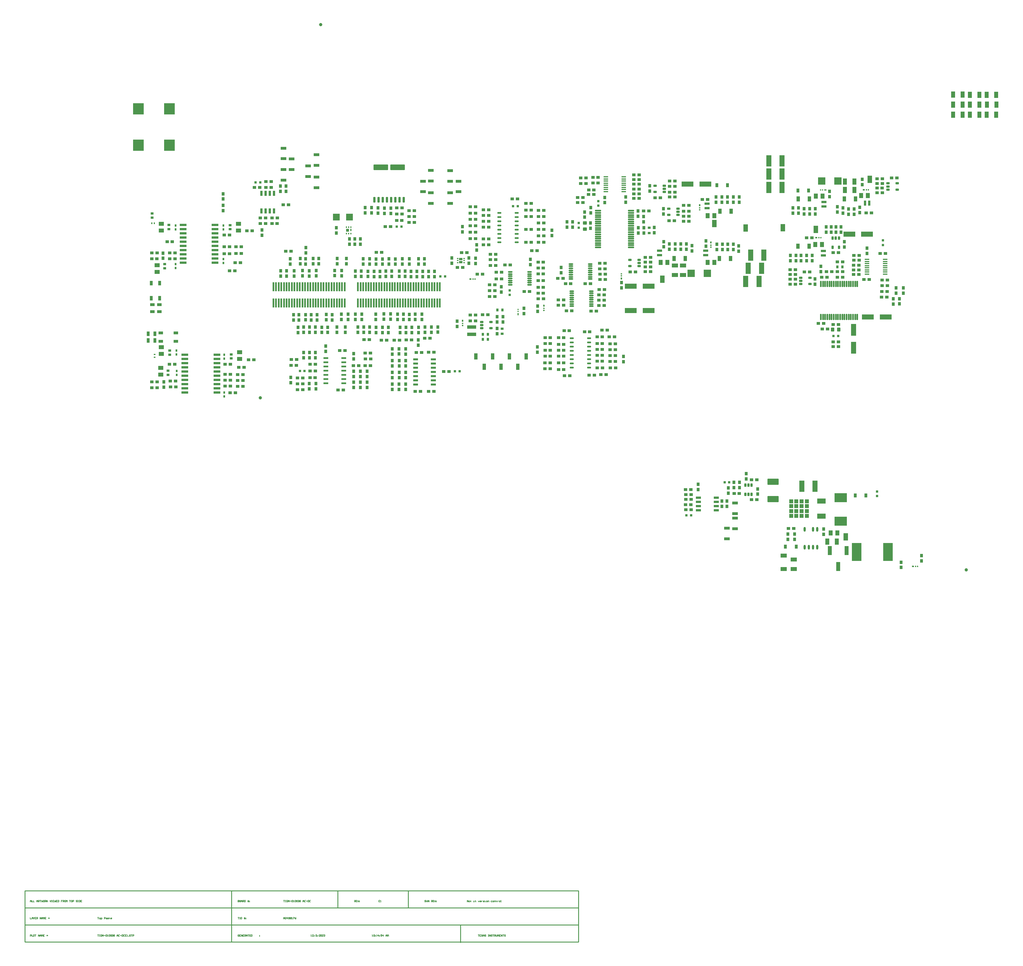
<source format=gtp>
G04*
G04 #@! TF.GenerationSoftware,Altium Limited,Altium Designer,23.1.1 (15)*
G04*
G04 Layer_Color=8421504*
%FSAX44Y44*%
%MOMM*%
G71*
G04*
G04 #@! TF.SameCoordinates,9B1E6CB6-7F21-4D16-986F-FEEA4F8F1DB9*
G04*
G04*
G04 #@! TF.FilePolarity,Positive*
G04*
G01*
G75*
%ADD19C,0.2540*%
%ADD22C,0.2032*%
G04:AMPARAMS|DCode=30|XSize=1mm|YSize=0.7mm|CornerRadius=0.049mm|HoleSize=0mm|Usage=FLASHONLY|Rotation=0.000|XOffset=0mm|YOffset=0mm|HoleType=Round|Shape=RoundedRectangle|*
%AMROUNDEDRECTD30*
21,1,1.0000,0.6020,0,0,0.0*
21,1,0.9020,0.7000,0,0,0.0*
1,1,0.0980,0.4510,-0.3010*
1,1,0.0980,-0.4510,-0.3010*
1,1,0.0980,-0.4510,0.3010*
1,1,0.0980,0.4510,0.3010*
%
%ADD30ROUNDEDRECTD30*%
%ADD31R,1.2750X1.1750*%
%ADD32R,0.9500X1.0000*%
%ADD33R,1.0000X0.9500*%
%ADD34O,1.2500X0.5500*%
%ADD35R,1.4000X2.2000*%
%ADD36R,1.3000X1.8500*%
G04:AMPARAMS|DCode=37|XSize=0.6mm|YSize=1mm|CornerRadius=0.051mm|HoleSize=0mm|Usage=FLASHONLY|Rotation=180.000|XOffset=0mm|YOffset=0mm|HoleType=Round|Shape=RoundedRectangle|*
%AMROUNDEDRECTD37*
21,1,0.6000,0.8980,0,0,180.0*
21,1,0.4980,1.0000,0,0,180.0*
1,1,0.1020,-0.2490,0.4490*
1,1,0.1020,0.2490,0.4490*
1,1,0.1020,0.2490,-0.4490*
1,1,0.1020,-0.2490,-0.4490*
%
%ADD37ROUNDEDRECTD37*%
G04:AMPARAMS|DCode=38|XSize=0.7mm|YSize=0.7mm|CornerRadius=0.049mm|HoleSize=0mm|Usage=FLASHONLY|Rotation=0.000|XOffset=0mm|YOffset=0mm|HoleType=Round|Shape=RoundedRectangle|*
%AMROUNDEDRECTD38*
21,1,0.7000,0.6020,0,0,0.0*
21,1,0.6020,0.7000,0,0,0.0*
1,1,0.0980,0.3010,-0.3010*
1,1,0.0980,-0.3010,-0.3010*
1,1,0.0980,-0.3010,0.3010*
1,1,0.0980,0.3010,0.3010*
%
%ADD38ROUNDEDRECTD38*%
%ADD39O,1.4500X0.4000*%
G04:AMPARAMS|DCode=40|XSize=3.5mm|YSize=1.6mm|CornerRadius=0.048mm|HoleSize=0mm|Usage=FLASHONLY|Rotation=180.000|XOffset=0mm|YOffset=0mm|HoleType=Round|Shape=RoundedRectangle|*
%AMROUNDEDRECTD40*
21,1,3.5000,1.5040,0,0,180.0*
21,1,3.4040,1.6000,0,0,180.0*
1,1,0.0960,-1.7020,0.7520*
1,1,0.0960,1.7020,0.7520*
1,1,0.0960,1.7020,-0.7520*
1,1,0.0960,-1.7020,-0.7520*
%
%ADD40ROUNDEDRECTD40*%
G04:AMPARAMS|DCode=41|XSize=1.19mm|YSize=2.79mm|CornerRadius=0.0476mm|HoleSize=0mm|Usage=FLASHONLY|Rotation=180.000|XOffset=0mm|YOffset=0mm|HoleType=Round|Shape=RoundedRectangle|*
%AMROUNDEDRECTD41*
21,1,1.1900,2.6948,0,0,180.0*
21,1,1.0948,2.7900,0,0,180.0*
1,1,0.0952,-0.5474,1.3474*
1,1,0.0952,0.5474,1.3474*
1,1,0.0952,0.5474,-1.3474*
1,1,0.0952,-0.5474,-1.3474*
%
%ADD41ROUNDEDRECTD41*%
G04:AMPARAMS|DCode=42|XSize=0.75mm|YSize=0.9mm|CornerRadius=0.0488mm|HoleSize=0mm|Usage=FLASHONLY|Rotation=180.000|XOffset=0mm|YOffset=0mm|HoleType=Round|Shape=RoundedRectangle|*
%AMROUNDEDRECTD42*
21,1,0.7500,0.8025,0,0,180.0*
21,1,0.6525,0.9000,0,0,180.0*
1,1,0.0975,-0.3263,0.4013*
1,1,0.0975,0.3263,0.4013*
1,1,0.0975,0.3263,-0.4013*
1,1,0.0975,-0.3263,-0.4013*
%
%ADD42ROUNDEDRECTD42*%
G04:AMPARAMS|DCode=43|XSize=0.7581mm|YSize=0.8121mm|CornerRadius=0.0493mm|HoleSize=0mm|Usage=FLASHONLY|Rotation=270.000|XOffset=0mm|YOffset=0mm|HoleType=Round|Shape=RoundedRectangle|*
%AMROUNDEDRECTD43*
21,1,0.7581,0.7136,0,0,270.0*
21,1,0.6596,0.8121,0,0,270.0*
1,1,0.0986,-0.3568,-0.3298*
1,1,0.0986,-0.3568,0.3298*
1,1,0.0986,0.3568,0.3298*
1,1,0.0986,0.3568,-0.3298*
%
%ADD43ROUNDEDRECTD43*%
G04:AMPARAMS|DCode=44|XSize=0.6mm|YSize=1mm|CornerRadius=0.051mm|HoleSize=0mm|Usage=FLASHONLY|Rotation=270.000|XOffset=0mm|YOffset=0mm|HoleType=Round|Shape=RoundedRectangle|*
%AMROUNDEDRECTD44*
21,1,0.6000,0.8980,0,0,270.0*
21,1,0.4980,1.0000,0,0,270.0*
1,1,0.1020,-0.4490,-0.2490*
1,1,0.1020,-0.4490,0.2490*
1,1,0.1020,0.4490,0.2490*
1,1,0.1020,0.4490,-0.2490*
%
%ADD44ROUNDEDRECTD44*%
G04:AMPARAMS|DCode=45|XSize=3.25mm|YSize=3.43mm|CornerRadius=0.0488mm|HoleSize=0mm|Usage=FLASHONLY|Rotation=180.000|XOffset=0mm|YOffset=0mm|HoleType=Round|Shape=RoundedRectangle|*
%AMROUNDEDRECTD45*
21,1,3.2500,3.3325,0,0,180.0*
21,1,3.1525,3.4300,0,0,180.0*
1,1,0.0975,-1.5763,1.6663*
1,1,0.0975,1.5763,1.6663*
1,1,0.0975,1.5763,-1.6663*
1,1,0.0975,-1.5763,-1.6663*
%
%ADD45ROUNDEDRECTD45*%
%ADD46R,0.5000X2.7239*%
G04:AMPARAMS|DCode=47|XSize=1.02mm|YSize=1.905mm|CornerRadius=0.051mm|HoleSize=0mm|Usage=FLASHONLY|Rotation=180.000|XOffset=0mm|YOffset=0mm|HoleType=Round|Shape=RoundedRectangle|*
%AMROUNDEDRECTD47*
21,1,1.0200,1.8030,0,0,180.0*
21,1,0.9180,1.9050,0,0,180.0*
1,1,0.1020,-0.4590,0.9015*
1,1,0.1020,0.4590,0.9015*
1,1,0.1020,0.4590,-0.9015*
1,1,0.1020,-0.4590,-0.9015*
%
%ADD47ROUNDEDRECTD47*%
G04:AMPARAMS|DCode=48|XSize=0.9mm|YSize=1.7mm|CornerRadius=0.0495mm|HoleSize=0mm|Usage=FLASHONLY|Rotation=270.000|XOffset=0mm|YOffset=0mm|HoleType=Round|Shape=RoundedRectangle|*
%AMROUNDEDRECTD48*
21,1,0.9000,1.6010,0,0,270.0*
21,1,0.8010,1.7000,0,0,270.0*
1,1,0.0990,-0.8005,-0.4005*
1,1,0.0990,-0.8005,0.4005*
1,1,0.0990,0.8005,0.4005*
1,1,0.0990,0.8005,-0.4005*
%
%ADD48ROUNDEDRECTD48*%
G04:AMPARAMS|DCode=49|XSize=1.55mm|YSize=0.6mm|CornerRadius=0.051mm|HoleSize=0mm|Usage=FLASHONLY|Rotation=90.000|XOffset=0mm|YOffset=0mm|HoleType=Round|Shape=RoundedRectangle|*
%AMROUNDEDRECTD49*
21,1,1.5500,0.4980,0,0,90.0*
21,1,1.4480,0.6000,0,0,90.0*
1,1,0.1020,0.2490,0.7240*
1,1,0.1020,0.2490,-0.7240*
1,1,0.1020,-0.2490,-0.7240*
1,1,0.1020,-0.2490,0.7240*
%
%ADD49ROUNDEDRECTD49*%
%ADD50R,1.8500X1.3000*%
%ADD51O,1.4000X0.4500*%
G04:AMPARAMS|DCode=52|XSize=1.85mm|YSize=0.45mm|CornerRadius=0.0495mm|HoleSize=0mm|Usage=FLASHONLY|Rotation=0.000|XOffset=0mm|YOffset=0mm|HoleType=Round|Shape=RoundedRectangle|*
%AMROUNDEDRECTD52*
21,1,1.8500,0.3510,0,0,0.0*
21,1,1.7510,0.4500,0,0,0.0*
1,1,0.0990,0.8755,-0.1755*
1,1,0.0990,-0.8755,-0.1755*
1,1,0.0990,-0.8755,0.1755*
1,1,0.0990,0.8755,0.1755*
%
%ADD52ROUNDEDRECTD52*%
G04:AMPARAMS|DCode=53|XSize=1mm|YSize=1.2mm|CornerRadius=0.055mm|HoleSize=0mm|Usage=FLASHONLY|Rotation=90.000|XOffset=0mm|YOffset=0mm|HoleType=Round|Shape=RoundedRectangle|*
%AMROUNDEDRECTD53*
21,1,1.0000,1.0900,0,0,90.0*
21,1,0.8900,1.2000,0,0,90.0*
1,1,0.1100,0.5450,0.4450*
1,1,0.1100,0.5450,-0.4450*
1,1,0.1100,-0.5450,-0.4450*
1,1,0.1100,-0.5450,0.4450*
%
%ADD53ROUNDEDRECTD53*%
G04:AMPARAMS|DCode=54|XSize=0.7mm|YSize=0.7mm|CornerRadius=0.049mm|HoleSize=0mm|Usage=FLASHONLY|Rotation=90.000|XOffset=0mm|YOffset=0mm|HoleType=Round|Shape=RoundedRectangle|*
%AMROUNDEDRECTD54*
21,1,0.7000,0.6020,0,0,90.0*
21,1,0.6020,0.7000,0,0,90.0*
1,1,0.0980,0.3010,0.3010*
1,1,0.0980,0.3010,-0.3010*
1,1,0.0980,-0.3010,-0.3010*
1,1,0.0980,-0.3010,0.3010*
%
%ADD54ROUNDEDRECTD54*%
G04:AMPARAMS|DCode=55|XSize=0.75mm|YSize=0.9mm|CornerRadius=0.0488mm|HoleSize=0mm|Usage=FLASHONLY|Rotation=270.000|XOffset=0mm|YOffset=0mm|HoleType=Round|Shape=RoundedRectangle|*
%AMROUNDEDRECTD55*
21,1,0.7500,0.8025,0,0,270.0*
21,1,0.6525,0.9000,0,0,270.0*
1,1,0.0975,-0.4013,-0.3263*
1,1,0.0975,-0.4013,0.3263*
1,1,0.0975,0.4013,0.3263*
1,1,0.0975,0.4013,-0.3263*
%
%ADD55ROUNDEDRECTD55*%
G04:AMPARAMS|DCode=56|XSize=3.5mm|YSize=1.6mm|CornerRadius=0.048mm|HoleSize=0mm|Usage=FLASHONLY|Rotation=90.000|XOffset=0mm|YOffset=0mm|HoleType=Round|Shape=RoundedRectangle|*
%AMROUNDEDRECTD56*
21,1,3.5000,1.5040,0,0,90.0*
21,1,3.4040,1.6000,0,0,90.0*
1,1,0.0960,0.7520,1.7020*
1,1,0.0960,0.7520,-1.7020*
1,1,0.0960,-0.7520,-1.7020*
1,1,0.0960,-0.7520,1.7020*
%
%ADD56ROUNDEDRECTD56*%
G04:AMPARAMS|DCode=57|XSize=1.8mm|YSize=3.4mm|CornerRadius=0.054mm|HoleSize=0mm|Usage=FLASHONLY|Rotation=90.000|XOffset=0mm|YOffset=0mm|HoleType=Round|Shape=RoundedRectangle|*
%AMROUNDEDRECTD57*
21,1,1.8000,3.2920,0,0,90.0*
21,1,1.6920,3.4000,0,0,90.0*
1,1,0.1080,1.6460,0.8460*
1,1,0.1080,1.6460,-0.8460*
1,1,0.1080,-1.6460,-0.8460*
1,1,0.1080,-1.6460,0.8460*
%
%ADD57ROUNDEDRECTD57*%
G04:AMPARAMS|DCode=58|XSize=0.3mm|YSize=0.45mm|CornerRadius=0.0495mm|HoleSize=0mm|Usage=FLASHONLY|Rotation=90.000|XOffset=0mm|YOffset=0mm|HoleType=Round|Shape=RoundedRectangle|*
%AMROUNDEDRECTD58*
21,1,0.3000,0.3510,0,0,90.0*
21,1,0.2010,0.4500,0,0,90.0*
1,1,0.0990,0.1755,0.1005*
1,1,0.0990,0.1755,-0.1005*
1,1,0.0990,-0.1755,-0.1005*
1,1,0.0990,-0.1755,0.1005*
%
%ADD58ROUNDEDRECTD58*%
G04:AMPARAMS|DCode=59|XSize=0.45mm|YSize=0.3mm|CornerRadius=0.0495mm|HoleSize=0mm|Usage=FLASHONLY|Rotation=90.000|XOffset=0mm|YOffset=0mm|HoleType=Round|Shape=RoundedRectangle|*
%AMROUNDEDRECTD59*
21,1,0.4500,0.2010,0,0,90.0*
21,1,0.3510,0.3000,0,0,90.0*
1,1,0.0990,0.1005,0.1755*
1,1,0.0990,0.1005,-0.1755*
1,1,0.0990,-0.1005,-0.1755*
1,1,0.0990,-0.1005,0.1755*
%
%ADD59ROUNDEDRECTD59*%
%ADD60R,2.0000X2.0000*%
G04:AMPARAMS|DCode=61|XSize=1.55mm|YSize=0.6mm|CornerRadius=0.051mm|HoleSize=0mm|Usage=FLASHONLY|Rotation=180.000|XOffset=0mm|YOffset=0mm|HoleType=Round|Shape=RoundedRectangle|*
%AMROUNDEDRECTD61*
21,1,1.5500,0.4980,0,0,180.0*
21,1,1.4480,0.6000,0,0,180.0*
1,1,0.1020,-0.7240,0.2490*
1,1,0.1020,0.7240,0.2490*
1,1,0.1020,0.7240,-0.2490*
1,1,0.1020,-0.7240,-0.2490*
%
%ADD61ROUNDEDRECTD61*%
%ADD62R,1.6000X3.4000*%
G04:AMPARAMS|DCode=63|XSize=1mm|YSize=1.2mm|CornerRadius=0.055mm|HoleSize=0mm|Usage=FLASHONLY|Rotation=180.000|XOffset=0mm|YOffset=0mm|HoleType=Round|Shape=RoundedRectangle|*
%AMROUNDEDRECTD63*
21,1,1.0000,1.0900,0,0,180.0*
21,1,0.8900,1.2000,0,0,180.0*
1,1,0.1100,-0.4450,0.5450*
1,1,0.1100,0.4450,0.5450*
1,1,0.1100,0.4450,-0.5450*
1,1,0.1100,-0.4450,-0.5450*
%
%ADD63ROUNDEDRECTD63*%
%ADD64R,1.1000X1.6000*%
%ADD65R,1.2700X1.6002*%
G04:AMPARAMS|DCode=66|XSize=1.85mm|YSize=0.45mm|CornerRadius=0.0495mm|HoleSize=0mm|Usage=FLASHONLY|Rotation=90.000|XOffset=0mm|YOffset=0mm|HoleType=Round|Shape=RoundedRectangle|*
%AMROUNDEDRECTD66*
21,1,1.8500,0.3510,0,0,90.0*
21,1,1.7510,0.4500,0,0,90.0*
1,1,0.0990,0.1755,0.8755*
1,1,0.0990,0.1755,-0.8755*
1,1,0.0990,-0.1755,-0.8755*
1,1,0.0990,-0.1755,0.8755*
%
%ADD66ROUNDEDRECTD66*%
G04:AMPARAMS|DCode=67|XSize=0.65mm|YSize=1.6mm|CornerRadius=0.0488mm|HoleSize=0mm|Usage=FLASHONLY|Rotation=90.000|XOffset=0mm|YOffset=0mm|HoleType=Round|Shape=RoundedRectangle|*
%AMROUNDEDRECTD67*
21,1,0.6500,1.5025,0,0,90.0*
21,1,0.5525,1.6000,0,0,90.0*
1,1,0.0975,0.7512,0.2763*
1,1,0.0975,0.7512,-0.2763*
1,1,0.0975,-0.7512,-0.2763*
1,1,0.0975,-0.7512,0.2763*
%
%ADD67ROUNDEDRECTD67*%
G04:AMPARAMS|DCode=68|XSize=0.65mm|YSize=1.6mm|CornerRadius=0.0488mm|HoleSize=0mm|Usage=FLASHONLY|Rotation=0.000|XOffset=0mm|YOffset=0mm|HoleType=Round|Shape=RoundedRectangle|*
%AMROUNDEDRECTD68*
21,1,0.6500,1.5025,0,0,0.0*
21,1,0.5525,1.6000,0,0,0.0*
1,1,0.0975,0.2763,-0.7512*
1,1,0.0975,-0.2763,-0.7512*
1,1,0.0975,-0.2763,0.7512*
1,1,0.0975,0.2763,0.7512*
%
%ADD68ROUNDEDRECTD68*%
%ADD69R,0.9150X1.2200*%
%ADD70R,1.8900X1.2400*%
G04:AMPARAMS|DCode=71|XSize=2.1mm|YSize=0.6mm|CornerRadius=0.051mm|HoleSize=0mm|Usage=FLASHONLY|Rotation=180.000|XOffset=0mm|YOffset=0mm|HoleType=Round|Shape=RoundedRectangle|*
%AMROUNDEDRECTD71*
21,1,2.1000,0.4980,0,0,180.0*
21,1,1.9980,0.6000,0,0,180.0*
1,1,0.1020,-0.9990,0.2490*
1,1,0.1020,0.9990,0.2490*
1,1,0.1020,0.9990,-0.2490*
1,1,0.1020,-0.9990,-0.2490*
%
%ADD71ROUNDEDRECTD71*%
%ADD72R,0.6000X0.8000*%
%ADD73R,1.6002X1.2700*%
G04:AMPARAMS|DCode=74|XSize=0.4mm|YSize=0.5mm|CornerRadius=0.05mm|HoleSize=0mm|Usage=FLASHONLY|Rotation=90.000|XOffset=0mm|YOffset=0mm|HoleType=Round|Shape=RoundedRectangle|*
%AMROUNDEDRECTD74*
21,1,0.4000,0.4000,0,0,90.0*
21,1,0.3000,0.5000,0,0,90.0*
1,1,0.1000,0.2000,0.1500*
1,1,0.1000,0.2000,-0.1500*
1,1,0.1000,-0.2000,-0.1500*
1,1,0.1000,-0.2000,0.1500*
%
%ADD74ROUNDEDRECTD74*%
%ADD75O,0.6000X1.4500*%
G04:AMPARAMS|DCode=76|XSize=1.6mm|YSize=2.6mm|CornerRadius=0.048mm|HoleSize=0mm|Usage=FLASHONLY|Rotation=270.000|XOffset=0mm|YOffset=0mm|HoleType=Round|Shape=RoundedRectangle|*
%AMROUNDEDRECTD76*
21,1,1.6000,2.5040,0,0,270.0*
21,1,1.5040,2.6000,0,0,270.0*
1,1,0.0960,-1.2520,-0.7520*
1,1,0.0960,-1.2520,0.7520*
1,1,0.0960,1.2520,0.7520*
1,1,0.0960,1.2520,-0.7520*
%
%ADD76ROUNDEDRECTD76*%
%ADD77R,3.8100X2.7940*%
%ADD78R,2.7000X1.0000*%
G04:AMPARAMS|DCode=79|XSize=1.65mm|YSize=0.6mm|CornerRadius=0.051mm|HoleSize=0mm|Usage=FLASHONLY|Rotation=270.000|XOffset=0mm|YOffset=0mm|HoleType=Round|Shape=RoundedRectangle|*
%AMROUNDEDRECTD79*
21,1,1.6500,0.4980,0,0,270.0*
21,1,1.5480,0.6000,0,0,270.0*
1,1,0.1020,-0.2490,-0.7740*
1,1,0.1020,-0.2490,0.7740*
1,1,0.1020,0.2490,0.7740*
1,1,0.1020,0.2490,-0.7740*
%
%ADD79ROUNDEDRECTD79*%
G04:AMPARAMS|DCode=80|XSize=1.65mm|YSize=4.41mm|CornerRadius=0.0495mm|HoleSize=0mm|Usage=FLASHONLY|Rotation=270.000|XOffset=0mm|YOffset=0mm|HoleType=Round|Shape=RoundedRectangle|*
%AMROUNDEDRECTD80*
21,1,1.6500,4.3110,0,0,270.0*
21,1,1.5510,4.4100,0,0,270.0*
1,1,0.0990,-2.1555,-0.7755*
1,1,0.0990,-2.1555,0.7755*
1,1,0.0990,2.1555,0.7755*
1,1,0.0990,2.1555,-0.7755*
%
%ADD80ROUNDEDRECTD80*%
%ADD81R,3.0000X5.5000*%
G04:AMPARAMS|DCode=82|XSize=1.35mm|YSize=0.9mm|CornerRadius=0.0495mm|HoleSize=0mm|Usage=FLASHONLY|Rotation=270.000|XOffset=0mm|YOffset=0mm|HoleType=Round|Shape=RoundedRectangle|*
%AMROUNDEDRECTD82*
21,1,1.3500,0.8010,0,0,270.0*
21,1,1.2510,0.9000,0,0,270.0*
1,1,0.0990,-0.4005,-0.6255*
1,1,0.0990,-0.4005,0.6255*
1,1,0.0990,0.4005,0.6255*
1,1,0.0990,0.4005,-0.6255*
%
%ADD82ROUNDEDRECTD82*%
G04:AMPARAMS|DCode=83|XSize=0.9mm|YSize=1.3mm|CornerRadius=0.0495mm|HoleSize=0mm|Usage=FLASHONLY|Rotation=270.000|XOffset=0mm|YOffset=0mm|HoleType=Round|Shape=RoundedRectangle|*
%AMROUNDEDRECTD83*
21,1,0.9000,1.2010,0,0,270.0*
21,1,0.8010,1.3000,0,0,270.0*
1,1,0.0990,-0.6005,-0.4005*
1,1,0.0990,-0.6005,0.4005*
1,1,0.0990,0.6005,0.4005*
1,1,0.0990,0.6005,-0.4005*
%
%ADD83ROUNDEDRECTD83*%
G04:AMPARAMS|DCode=84|XSize=2.16mm|YSize=2.26mm|CornerRadius=0.054mm|HoleSize=0mm|Usage=FLASHONLY|Rotation=180.000|XOffset=0mm|YOffset=0mm|HoleType=Round|Shape=RoundedRectangle|*
%AMROUNDEDRECTD84*
21,1,2.1600,2.1520,0,0,180.0*
21,1,2.0520,2.2600,0,0,180.0*
1,1,0.1080,-1.0260,1.0760*
1,1,0.1080,1.0260,1.0760*
1,1,0.1080,1.0260,-1.0760*
1,1,0.1080,-1.0260,-1.0760*
%
%ADD84ROUNDEDRECTD84*%
G04:AMPARAMS|DCode=85|XSize=0.4mm|YSize=0.5mm|CornerRadius=0.05mm|HoleSize=0mm|Usage=FLASHONLY|Rotation=180.000|XOffset=0mm|YOffset=0mm|HoleType=Round|Shape=RoundedRectangle|*
%AMROUNDEDRECTD85*
21,1,0.4000,0.4000,0,0,180.0*
21,1,0.3000,0.5000,0,0,180.0*
1,1,0.1000,-0.1500,0.2000*
1,1,0.1000,0.1500,0.2000*
1,1,0.1000,0.1500,-0.2000*
1,1,0.1000,-0.1500,-0.2000*
%
%ADD85ROUNDEDRECTD85*%
G04:AMPARAMS|DCode=86|XSize=0.9mm|YSize=1.3mm|CornerRadius=0.0495mm|HoleSize=0mm|Usage=FLASHONLY|Rotation=180.000|XOffset=0mm|YOffset=0mm|HoleType=Round|Shape=RoundedRectangle|*
%AMROUNDEDRECTD86*
21,1,0.9000,1.2010,0,0,180.0*
21,1,0.8010,1.3000,0,0,180.0*
1,1,0.0990,-0.4005,0.6005*
1,1,0.0990,0.4005,0.6005*
1,1,0.0990,0.4005,-0.6005*
1,1,0.0990,-0.4005,-0.6005*
%
%ADD86ROUNDEDRECTD86*%
G04:AMPARAMS|DCode=87|XSize=1.35mm|YSize=0.9mm|CornerRadius=0.0495mm|HoleSize=0mm|Usage=FLASHONLY|Rotation=180.000|XOffset=0mm|YOffset=0mm|HoleType=Round|Shape=RoundedRectangle|*
%AMROUNDEDRECTD87*
21,1,1.3500,0.8010,0,0,180.0*
21,1,1.2510,0.9000,0,0,180.0*
1,1,0.0990,-0.6255,0.4005*
1,1,0.0990,0.6255,0.4005*
1,1,0.0990,0.6255,-0.4005*
1,1,0.0990,-0.6255,-0.4005*
%
%ADD87ROUNDEDRECTD87*%
%ADD88C,1.0000*%
G36*
X02969055Y02712281D02*
X02969196Y02712140D01*
X02969272Y02711956D01*
Y02711857D01*
Y02708857D01*
Y02708757D01*
X02969196Y02708574D01*
X02969055Y02708433D01*
X02968871Y02708357D01*
X02966172D01*
X02965989Y02708433D01*
X02965848Y02708574D01*
X02965772Y02708757D01*
Y02708857D01*
Y02711857D01*
Y02711956D01*
X02965848Y02712140D01*
X02965989Y02712281D01*
X02966172Y02712357D01*
X02968871D01*
X02969055Y02712281D01*
D02*
G37*
G36*
X02963055D02*
X02963196Y02712140D01*
X02963272Y02711956D01*
Y02711857D01*
X02963272D01*
X02963272Y02708857D01*
Y02708757D01*
X02963196Y02708574D01*
X02963055Y02708433D01*
X02962871Y02708357D01*
X02960172D01*
X02959989Y02708433D01*
X02959848Y02708574D01*
X02959772Y02708757D01*
Y02708857D01*
Y02711857D01*
Y02711956D01*
X02959848Y02712140D01*
X02959989Y02712281D01*
X02960172Y02712357D01*
X02962871D01*
X02963055Y02712281D01*
D02*
G37*
G36*
X02956155D02*
X02956296Y02712140D01*
X02956372Y02711956D01*
Y02711857D01*
Y02708857D01*
Y02708757D01*
X02956296Y02708574D01*
X02956155Y02708433D01*
X02955971Y02708357D01*
X02950772D01*
X02950589Y02708433D01*
X02950448Y02708574D01*
X02950372Y02708757D01*
Y02708857D01*
Y02711857D01*
Y02711956D01*
X02950448Y02712140D01*
X02950589Y02712281D01*
X02950772Y02712357D01*
X02955971D01*
X02956155Y02712281D01*
D02*
G37*
G36*
X02839755Y02711781D02*
X02839896Y02711640D01*
X02839972Y02711456D01*
Y02711357D01*
Y02708357D01*
Y02708257D01*
X02839896Y02708074D01*
X02839755Y02707933D01*
X02839572Y02707857D01*
X02834373D01*
X02834189Y02707933D01*
X02834048Y02708074D01*
X02833972Y02708257D01*
Y02708357D01*
Y02711357D01*
Y02711456D01*
X02834048Y02711640D01*
X02834189Y02711781D01*
X02834373Y02711857D01*
X02839572D01*
X02839755Y02711781D01*
D02*
G37*
G36*
X02830355D02*
X02830496Y02711640D01*
X02830572Y02711456D01*
Y02711357D01*
Y02708357D01*
Y02708257D01*
X02830496Y02708074D01*
X02830355Y02707933D01*
X02830172Y02707857D01*
X02827473D01*
X02827289Y02707933D01*
X02827148Y02708074D01*
X02827072Y02708257D01*
Y02708357D01*
X02827072D01*
X02827072Y02711357D01*
Y02711456D01*
X02827148Y02711640D01*
X02827289Y02711781D01*
X02827473Y02711857D01*
X02830172D01*
X02830355Y02711781D01*
D02*
G37*
G36*
X02824355D02*
X02824496Y02711640D01*
X02824572Y02711456D01*
Y02711357D01*
Y02708357D01*
Y02708257D01*
X02824496Y02708074D01*
X02824355Y02707933D01*
X02824171Y02707857D01*
X02821472D01*
X02821289Y02707933D01*
X02821148Y02708074D01*
X02821072Y02708257D01*
Y02708357D01*
Y02711357D01*
Y02711456D01*
X02821148Y02711640D01*
X02821289Y02711781D01*
X02821472Y02711857D01*
X02824171D01*
X02824355Y02711781D01*
D02*
G37*
G36*
X02458305Y02666731D02*
X02458446Y02666590D01*
X02458522Y02666406D01*
Y02666307D01*
Y02661307D01*
Y02661207D01*
X02458446Y02661024D01*
X02458305Y02660883D01*
X02458121Y02660807D01*
X02454922D01*
X02454739Y02660883D01*
X02454598Y02661024D01*
X02454522Y02661207D01*
Y02661307D01*
Y02666307D01*
Y02666406D01*
X02454598Y02666590D01*
X02454739Y02666731D01*
X02454922Y02666807D01*
X02458121D01*
X02458305Y02666731D01*
D02*
G37*
G36*
Y02657331D02*
X02458446Y02657190D01*
X02458522Y02657006D01*
Y02656907D01*
Y02654407D01*
Y02654307D01*
X02458446Y02654124D01*
X02458305Y02653983D01*
X02458121Y02653907D01*
X02458022D01*
Y02653907D01*
X02455022Y02653907D01*
X02454922D01*
X02454739Y02653983D01*
X02454598Y02654124D01*
X02454522Y02654307D01*
Y02654407D01*
Y02656907D01*
Y02657006D01*
X02454598Y02657190D01*
X02454739Y02657331D01*
X02454922Y02657407D01*
X02458121D01*
X02458305Y02657331D01*
D02*
G37*
G36*
Y02651331D02*
X02458446Y02651190D01*
X02458522Y02651006D01*
Y02650907D01*
Y02648407D01*
Y02648307D01*
X02458446Y02648123D01*
X02458305Y02647983D01*
X02458121Y02647907D01*
X02454922D01*
X02454739Y02647983D01*
X02454598Y02648123D01*
X02454522Y02648307D01*
Y02648407D01*
Y02650907D01*
Y02651006D01*
X02454598Y02651190D01*
X02454739Y02651331D01*
X02454922Y02651407D01*
X02458121D01*
X02458305Y02651331D01*
D02*
G37*
G36*
X01401255Y02592231D02*
X01401396Y02592090D01*
X01401472Y02591906D01*
Y02591807D01*
Y02585807D01*
Y02585707D01*
X01401396Y02585524D01*
X01401255Y02585383D01*
X01401071Y02585307D01*
X01398972D01*
X01398789Y02585383D01*
X01398648Y02585524D01*
X01398572Y02585707D01*
Y02585807D01*
Y02591807D01*
Y02591906D01*
X01398648Y02592090D01*
X01398789Y02592231D01*
X01398972Y02592307D01*
X01401071D01*
X01401255Y02592231D01*
D02*
G37*
G36*
X01394355Y02592281D02*
X01394496Y02592140D01*
X01394572Y02591956D01*
Y02591857D01*
Y02583857D01*
Y02583757D01*
X01394496Y02583574D01*
X01394355Y02583433D01*
X01394171Y02583357D01*
X01386373D01*
X01386189Y02583433D01*
X01386048Y02583574D01*
X01385972Y02583757D01*
Y02583857D01*
Y02591857D01*
Y02591956D01*
X01386048Y02592140D01*
X01386189Y02592281D01*
X01386373Y02592357D01*
X01394171D01*
X01394355Y02592281D01*
D02*
G37*
G36*
X02825255Y02567281D02*
X02825396Y02567140D01*
X02825472Y02566956D01*
Y02566857D01*
Y02563857D01*
Y02563757D01*
X02825396Y02563574D01*
X02825255Y02563433D01*
X02825071Y02563357D01*
X02822372D01*
X02822189Y02563433D01*
X02822048Y02563574D01*
X02821972Y02563757D01*
Y02563857D01*
Y02566857D01*
Y02566956D01*
X02822048Y02567140D01*
X02822189Y02567281D01*
X02822372Y02567357D01*
X02825071D01*
X02825255Y02567281D01*
D02*
G37*
G36*
X02819255D02*
X02819396Y02567140D01*
X02819472Y02566956D01*
Y02566857D01*
X02819472D01*
X02819472Y02563857D01*
Y02563757D01*
X02819396Y02563574D01*
X02819255Y02563433D01*
X02819071Y02563357D01*
X02816372D01*
X02816189Y02563433D01*
X02816048Y02563574D01*
X02815972Y02563757D01*
Y02563857D01*
Y02566857D01*
Y02566956D01*
X02816048Y02567140D01*
X02816189Y02567281D01*
X02816372Y02567357D01*
X02819071D01*
X02819255Y02567281D01*
D02*
G37*
G36*
X02812355D02*
X02812496Y02567140D01*
X02812572Y02566956D01*
Y02566857D01*
Y02563857D01*
Y02563757D01*
X02812496Y02563574D01*
X02812355Y02563433D01*
X02812171Y02563357D01*
X02806972D01*
X02806789Y02563433D01*
X02806648Y02563574D01*
X02806572Y02563757D01*
Y02563857D01*
Y02566857D01*
Y02566956D01*
X02806648Y02567140D01*
X02806789Y02567281D01*
X02806972Y02567357D01*
X02812171D01*
X02812355Y02567281D01*
D02*
G37*
G36*
X02492305Y02553731D02*
X02492446Y02553590D01*
X02492522Y02553406D01*
Y02553307D01*
Y02548307D01*
Y02548207D01*
X02492446Y02548024D01*
X02492305Y02547883D01*
X02492121Y02547807D01*
X02488922D01*
X02488739Y02547883D01*
X02488598Y02548024D01*
X02488522Y02548207D01*
Y02548307D01*
Y02553307D01*
Y02553406D01*
X02488598Y02553590D01*
X02488739Y02553731D01*
X02488922Y02553807D01*
X02492121D01*
X02492305Y02553731D01*
D02*
G37*
G36*
Y02544331D02*
X02492446Y02544190D01*
X02492522Y02544006D01*
Y02543907D01*
Y02541407D01*
Y02541307D01*
X02492446Y02541124D01*
X02492305Y02540983D01*
X02492121Y02540907D01*
X02492022D01*
Y02540907D01*
X02489022Y02540907D01*
X02488922D01*
X02488739Y02540983D01*
X02488598Y02541124D01*
X02488522Y02541307D01*
Y02541407D01*
Y02543907D01*
Y02544006D01*
X02488598Y02544190D01*
X02488739Y02544331D01*
X02488922Y02544407D01*
X02492121D01*
X02492305Y02544331D01*
D02*
G37*
G36*
Y02538331D02*
X02492446Y02538190D01*
X02492522Y02538006D01*
Y02537907D01*
Y02535407D01*
Y02535307D01*
X02492446Y02535124D01*
X02492305Y02534983D01*
X02492121Y02534907D01*
X02488922D01*
X02488739Y02534983D01*
X02488598Y02535124D01*
X02488522Y02535307D01*
Y02535407D01*
Y02537907D01*
Y02538006D01*
X02488598Y02538190D01*
X02488739Y02538331D01*
X02488922Y02538407D01*
X02492121D01*
X02492305Y02538331D01*
D02*
G37*
G36*
X02221305Y02457731D02*
X02221446Y02457590D01*
X02221522Y02457406D01*
Y02457307D01*
Y02454807D01*
Y02454707D01*
X02221446Y02454524D01*
X02221305Y02454383D01*
X02221121Y02454307D01*
X02217923D01*
X02217739Y02454383D01*
X02217598Y02454524D01*
X02217522Y02454707D01*
Y02454807D01*
Y02457307D01*
Y02457406D01*
X02217598Y02457590D01*
X02217739Y02457731D01*
X02217923Y02457807D01*
X02221121D01*
X02221305Y02457731D01*
D02*
G37*
G36*
X02221022Y02451807D02*
X02221121D01*
X02221305Y02451731D01*
X02221446Y02451590D01*
X02221522Y02451406D01*
Y02451307D01*
Y02448807D01*
Y02448707D01*
X02221446Y02448524D01*
X02221305Y02448383D01*
X02221121Y02448307D01*
X02217923D01*
X02217739Y02448383D01*
X02217598Y02448524D01*
X02217522Y02448707D01*
Y02448807D01*
Y02451307D01*
Y02451406D01*
X02217598Y02451590D01*
X02217739Y02451731D01*
X02217923Y02451807D01*
X02218022D01*
Y02451807D01*
X02221022Y02451807D01*
D02*
G37*
G36*
X02221305Y02444831D02*
X02221446Y02444690D01*
X02221522Y02444506D01*
Y02444407D01*
Y02439407D01*
Y02439307D01*
X02221446Y02439124D01*
X02221305Y02438983D01*
X02221121Y02438907D01*
X02217923D01*
X02217739Y02438983D01*
X02217598Y02439124D01*
X02217522Y02439307D01*
Y02439407D01*
Y02444407D01*
Y02444506D01*
X02217598Y02444690D01*
X02217739Y02444831D01*
X02217923Y02444907D01*
X02221121D01*
X02221305Y02444831D01*
D02*
G37*
G36*
X01777755Y02442281D02*
X01777896Y02442140D01*
X01777972Y02441956D01*
Y02441857D01*
Y02438857D01*
Y02438757D01*
X01777896Y02438574D01*
X01777755Y02438433D01*
X01777571Y02438357D01*
X01774872D01*
X01774689Y02438433D01*
X01774548Y02438574D01*
X01774472Y02438757D01*
Y02438857D01*
Y02441857D01*
Y02441956D01*
X01774548Y02442140D01*
X01774689Y02442281D01*
X01774872Y02442357D01*
X01777571D01*
X01777755Y02442281D01*
D02*
G37*
G36*
X01771755D02*
X01771896Y02442140D01*
X01771972Y02441956D01*
Y02441857D01*
X01771972D01*
X01771972Y02438857D01*
Y02438757D01*
X01771896Y02438574D01*
X01771755Y02438433D01*
X01771571Y02438357D01*
X01768873D01*
X01768689Y02438433D01*
X01768548Y02438574D01*
X01768472Y02438757D01*
Y02438857D01*
Y02441857D01*
Y02441956D01*
X01768548Y02442140D01*
X01768689Y02442281D01*
X01768873Y02442357D01*
X01771571D01*
X01771755Y02442281D01*
D02*
G37*
G36*
X01764855D02*
X01764996Y02442140D01*
X01765072Y02441956D01*
Y02441857D01*
Y02438857D01*
Y02438757D01*
X01764996Y02438574D01*
X01764855Y02438433D01*
X01764671Y02438357D01*
X01759473D01*
X01759289Y02438433D01*
X01759148Y02438574D01*
X01759072Y02438757D01*
Y02438857D01*
Y02441857D01*
Y02441956D01*
X01759148Y02442140D01*
X01759289Y02442281D01*
X01759473Y02442357D01*
X01764671D01*
X01764855Y02442281D01*
D02*
G37*
G36*
X01986305Y02362481D02*
X01986446Y02362340D01*
X01986522Y02362156D01*
Y02362057D01*
Y02357057D01*
Y02356957D01*
X01986446Y02356774D01*
X01986305Y02356633D01*
X01986122Y02356557D01*
X01982923D01*
X01982739Y02356633D01*
X01982598Y02356774D01*
X01982522Y02356957D01*
Y02357057D01*
Y02362057D01*
Y02362156D01*
X01982598Y02362340D01*
X01982739Y02362481D01*
X01982923Y02362557D01*
X01986122D01*
X01986305Y02362481D01*
D02*
G37*
G36*
Y02353081D02*
X01986446Y02352940D01*
X01986522Y02352756D01*
Y02352657D01*
Y02350157D01*
Y02350057D01*
X01986446Y02349874D01*
X01986305Y02349733D01*
X01986122Y02349657D01*
X01986022D01*
Y02349657D01*
X01983022Y02349657D01*
X01982923D01*
X01982739Y02349733D01*
X01982598Y02349874D01*
X01982522Y02350057D01*
Y02350157D01*
Y02352657D01*
Y02352756D01*
X01982598Y02352940D01*
X01982739Y02353081D01*
X01982923Y02353157D01*
X01986122D01*
X01986305Y02353081D01*
D02*
G37*
G36*
X01908305Y02349731D02*
X01908446Y02349590D01*
X01908522Y02349406D01*
Y02349307D01*
Y02346807D01*
Y02346707D01*
X01908446Y02346524D01*
X01908305Y02346383D01*
X01908121Y02346307D01*
X01904922D01*
X01904739Y02346383D01*
X01904598Y02346524D01*
X01904522Y02346707D01*
Y02346807D01*
Y02349307D01*
Y02349406D01*
X01904598Y02349590D01*
X01904739Y02349731D01*
X01904922Y02349807D01*
X01908121D01*
X01908305Y02349731D01*
D02*
G37*
G36*
X01986305Y02347081D02*
X01986446Y02346940D01*
X01986522Y02346756D01*
Y02346657D01*
Y02344157D01*
Y02344057D01*
X01986446Y02343874D01*
X01986305Y02343733D01*
X01986122Y02343657D01*
X01982923D01*
X01982739Y02343733D01*
X01982598Y02343874D01*
X01982522Y02344057D01*
Y02344157D01*
Y02346657D01*
Y02346756D01*
X01982598Y02346940D01*
X01982739Y02347081D01*
X01982923Y02347157D01*
X01986122D01*
X01986305Y02347081D01*
D02*
G37*
G36*
X01908022Y02343807D02*
X01908121D01*
X01908305Y02343731D01*
X01908446Y02343590D01*
X01908522Y02343406D01*
Y02343307D01*
Y02340807D01*
Y02340707D01*
X01908446Y02340524D01*
X01908305Y02340383D01*
X01908121Y02340307D01*
X01904922D01*
X01904739Y02340383D01*
X01904598Y02340524D01*
X01904522Y02340707D01*
Y02340807D01*
Y02343307D01*
Y02343406D01*
X01904598Y02343590D01*
X01904739Y02343731D01*
X01904922Y02343807D01*
X01905022D01*
Y02343807D01*
X01908022Y02343807D01*
D02*
G37*
G36*
X01908305Y02336831D02*
X01908446Y02336690D01*
X01908522Y02336506D01*
Y02336407D01*
Y02331407D01*
Y02331307D01*
X01908446Y02331124D01*
X01908305Y02330983D01*
X01908121Y02330907D01*
X01904922D01*
X01904739Y02330983D01*
X01904598Y02331124D01*
X01904522Y02331307D01*
Y02331407D01*
Y02336407D01*
Y02336506D01*
X01904598Y02336690D01*
X01904739Y02336831D01*
X01904922Y02336907D01*
X01908121D01*
X01908305Y02336831D01*
D02*
G37*
G36*
X01740305Y02316731D02*
X01740446Y02316590D01*
X01740522Y02316406D01*
Y02316307D01*
Y02311307D01*
Y02311207D01*
X01740446Y02311024D01*
X01740305Y02310883D01*
X01740121Y02310807D01*
X01736922D01*
X01736739Y02310883D01*
X01736598Y02311024D01*
X01736522Y02311207D01*
Y02311307D01*
Y02316307D01*
Y02316406D01*
X01736598Y02316590D01*
X01736739Y02316731D01*
X01736922Y02316807D01*
X01740121D01*
X01740305Y02316731D01*
D02*
G37*
G36*
Y02307331D02*
X01740446Y02307190D01*
X01740522Y02307006D01*
Y02306907D01*
Y02304407D01*
Y02304308D01*
X01740446Y02304124D01*
X01740305Y02303983D01*
X01740121Y02303907D01*
X01740022D01*
Y02303907D01*
X01737022Y02303907D01*
X01736922D01*
X01736739Y02303983D01*
X01736598Y02304124D01*
X01736522Y02304308D01*
Y02304407D01*
Y02306907D01*
Y02307006D01*
X01736598Y02307190D01*
X01736739Y02307331D01*
X01736922Y02307407D01*
X01740121D01*
X01740305Y02307331D01*
D02*
G37*
G36*
Y02301331D02*
X01740446Y02301190D01*
X01740522Y02301006D01*
Y02300907D01*
Y02298407D01*
Y02298307D01*
X01740446Y02298124D01*
X01740305Y02297983D01*
X01740121Y02297907D01*
X01736922D01*
X01736739Y02297983D01*
X01736598Y02298124D01*
X01736522Y02298307D01*
Y02298407D01*
Y02300907D01*
Y02301006D01*
X01736598Y02301190D01*
X01736739Y02301331D01*
X01736922Y02301407D01*
X01740121D01*
X01740305Y02301331D01*
D02*
G37*
G36*
X01385765Y02203881D02*
X01385906Y02203740D01*
X01385982Y02203556D01*
Y02203457D01*
Y02198957D01*
Y02198857D01*
X01385906Y02198674D01*
X01385765Y02198533D01*
X01385581Y02198457D01*
X01371382D01*
X01371199Y02198533D01*
X01371058Y02198674D01*
X01370982Y02198857D01*
Y02198957D01*
Y02203457D01*
Y02203556D01*
X01371058Y02203740D01*
X01371199Y02203881D01*
X01371382Y02203957D01*
X01385581D01*
X01385765Y02203881D01*
D02*
G37*
G36*
X01331765D02*
X01331906Y02203740D01*
X01331982Y02203556D01*
Y02203457D01*
Y02198957D01*
Y02198857D01*
X01331906Y02198674D01*
X01331765Y02198533D01*
X01331581Y02198457D01*
X01317383D01*
X01317199Y02198533D01*
X01317058Y02198674D01*
X01316982Y02198857D01*
Y02198957D01*
Y02203457D01*
Y02203556D01*
X01317058Y02203740D01*
X01317199Y02203881D01*
X01317383Y02203957D01*
X01331581D01*
X01331765Y02203881D01*
D02*
G37*
G36*
X01657338Y02200001D02*
X01657479Y02199860D01*
X01657555Y02199676D01*
Y02199577D01*
Y02195077D01*
Y02194977D01*
X01657479Y02194794D01*
X01657338Y02194653D01*
X01657154Y02194577D01*
X01642955D01*
X01642772Y02194653D01*
X01642631Y02194794D01*
X01642555Y02194977D01*
Y02195077D01*
Y02199577D01*
Y02199676D01*
X01642631Y02199860D01*
X01642772Y02200001D01*
X01642955Y02200077D01*
X01657154D01*
X01657338Y02200001D01*
D02*
G37*
G36*
X01603338D02*
X01603479Y02199860D01*
X01603555Y02199676D01*
Y02199577D01*
Y02195077D01*
Y02194977D01*
X01603479Y02194794D01*
X01603338Y02194653D01*
X01603154Y02194577D01*
X01588955D01*
X01588772Y02194653D01*
X01588631Y02194794D01*
X01588555Y02194977D01*
Y02195077D01*
Y02199577D01*
Y02199676D01*
X01588631Y02199860D01*
X01588772Y02200001D01*
X01588955Y02200077D01*
X01603154D01*
X01603338Y02200001D01*
D02*
G37*
G36*
X01385765Y02191181D02*
X01385906Y02191040D01*
X01385982Y02190856D01*
Y02190757D01*
Y02186257D01*
Y02186157D01*
X01385906Y02185974D01*
X01385765Y02185833D01*
X01385581Y02185757D01*
X01371382D01*
X01371199Y02185833D01*
X01371058Y02185974D01*
X01370982Y02186157D01*
Y02186257D01*
Y02190757D01*
Y02190856D01*
X01371058Y02191040D01*
X01371199Y02191181D01*
X01371382Y02191257D01*
X01385581D01*
X01385765Y02191181D01*
D02*
G37*
G36*
X01331765D02*
X01331906Y02191040D01*
X01331982Y02190856D01*
Y02190757D01*
Y02186257D01*
Y02186157D01*
X01331906Y02185974D01*
X01331765Y02185833D01*
X01331581Y02185757D01*
X01317383D01*
X01317199Y02185833D01*
X01317058Y02185974D01*
X01316982Y02186157D01*
Y02186257D01*
Y02190757D01*
Y02190856D01*
X01317058Y02191040D01*
X01317199Y02191181D01*
X01317383Y02191257D01*
X01331581D01*
X01331765Y02191181D01*
D02*
G37*
G36*
X01657338Y02187301D02*
X01657479Y02187160D01*
X01657555Y02186976D01*
Y02186877D01*
Y02182377D01*
Y02182277D01*
X01657479Y02182094D01*
X01657338Y02181953D01*
X01657154Y02181877D01*
X01642955D01*
X01642772Y02181953D01*
X01642631Y02182094D01*
X01642555Y02182277D01*
Y02182377D01*
Y02186877D01*
Y02186976D01*
X01642631Y02187160D01*
X01642772Y02187301D01*
X01642955Y02187377D01*
X01657154D01*
X01657338Y02187301D01*
D02*
G37*
G36*
X01603338D02*
X01603479Y02187160D01*
X01603555Y02186976D01*
Y02186877D01*
Y02182377D01*
Y02182277D01*
X01603479Y02182094D01*
X01603338Y02181953D01*
X01603154Y02181877D01*
X01588955D01*
X01588772Y02181953D01*
X01588631Y02182094D01*
X01588555Y02182277D01*
Y02182377D01*
Y02186877D01*
Y02186976D01*
X01588631Y02187160D01*
X01588772Y02187301D01*
X01588955Y02187377D01*
X01603154D01*
X01603338Y02187301D01*
D02*
G37*
G36*
X01385765Y02178481D02*
X01385906Y02178340D01*
X01385982Y02178156D01*
Y02178057D01*
Y02173557D01*
Y02173457D01*
X01385906Y02173274D01*
X01385765Y02173133D01*
X01385581Y02173057D01*
X01371382D01*
X01371199Y02173133D01*
X01371058Y02173274D01*
X01370982Y02173457D01*
Y02173557D01*
Y02178057D01*
Y02178156D01*
X01371058Y02178340D01*
X01371199Y02178481D01*
X01371382Y02178557D01*
X01385581D01*
X01385765Y02178481D01*
D02*
G37*
G36*
X01331765D02*
X01331906Y02178340D01*
X01331982Y02178156D01*
Y02178057D01*
Y02173557D01*
Y02173457D01*
X01331906Y02173274D01*
X01331765Y02173133D01*
X01331581Y02173057D01*
X01317383D01*
X01317199Y02173133D01*
X01317058Y02173274D01*
X01316982Y02173457D01*
Y02173557D01*
Y02178057D01*
Y02178156D01*
X01317058Y02178340D01*
X01317199Y02178481D01*
X01317383Y02178557D01*
X01331581D01*
X01331765Y02178481D01*
D02*
G37*
G36*
X01657338Y02174601D02*
X01657479Y02174460D01*
X01657555Y02174276D01*
Y02174177D01*
Y02169677D01*
Y02169577D01*
X01657479Y02169394D01*
X01657338Y02169253D01*
X01657154Y02169177D01*
X01642955D01*
X01642772Y02169253D01*
X01642631Y02169394D01*
X01642555Y02169577D01*
Y02169677D01*
Y02174177D01*
Y02174276D01*
X01642631Y02174460D01*
X01642772Y02174601D01*
X01642955Y02174677D01*
X01657154D01*
X01657338Y02174601D01*
D02*
G37*
G36*
X01603338D02*
X01603479Y02174460D01*
X01603555Y02174276D01*
Y02174177D01*
Y02169677D01*
Y02169577D01*
X01603479Y02169394D01*
X01603338Y02169253D01*
X01603154Y02169177D01*
X01588955D01*
X01588772Y02169253D01*
X01588631Y02169394D01*
X01588555Y02169577D01*
Y02169677D01*
Y02174177D01*
Y02174276D01*
X01588631Y02174460D01*
X01588772Y02174601D01*
X01588955Y02174677D01*
X01603154D01*
X01603338Y02174601D01*
D02*
G37*
G36*
X01385765Y02165781D02*
X01385906Y02165640D01*
X01385982Y02165456D01*
Y02165357D01*
Y02160857D01*
Y02160757D01*
X01385906Y02160574D01*
X01385765Y02160433D01*
X01385581Y02160357D01*
X01371382D01*
X01371199Y02160433D01*
X01371058Y02160574D01*
X01370982Y02160757D01*
Y02160857D01*
Y02165357D01*
Y02165456D01*
X01371058Y02165640D01*
X01371199Y02165781D01*
X01371382Y02165857D01*
X01385581D01*
X01385765Y02165781D01*
D02*
G37*
G36*
X01331765D02*
X01331906Y02165640D01*
X01331982Y02165456D01*
Y02165357D01*
Y02160857D01*
Y02160757D01*
X01331906Y02160574D01*
X01331765Y02160433D01*
X01331581Y02160357D01*
X01317383D01*
X01317199Y02160433D01*
X01317058Y02160574D01*
X01316982Y02160757D01*
Y02160857D01*
Y02165357D01*
Y02165456D01*
X01317058Y02165640D01*
X01317199Y02165781D01*
X01317383Y02165857D01*
X01331581D01*
X01331765Y02165781D01*
D02*
G37*
G36*
X01657338Y02161901D02*
X01657479Y02161760D01*
X01657555Y02161576D01*
Y02161477D01*
Y02156977D01*
Y02156877D01*
X01657479Y02156694D01*
X01657338Y02156553D01*
X01657154Y02156477D01*
X01642955D01*
X01642772Y02156553D01*
X01642631Y02156694D01*
X01642555Y02156877D01*
Y02156977D01*
Y02161477D01*
Y02161576D01*
X01642631Y02161760D01*
X01642772Y02161901D01*
X01642955Y02161977D01*
X01657154D01*
X01657338Y02161901D01*
D02*
G37*
G36*
X01603338D02*
X01603479Y02161760D01*
X01603555Y02161576D01*
Y02161477D01*
Y02156977D01*
Y02156877D01*
X01603479Y02156694D01*
X01603338Y02156553D01*
X01603154Y02156477D01*
X01588955D01*
X01588772Y02156553D01*
X01588631Y02156694D01*
X01588555Y02156877D01*
Y02156977D01*
Y02161477D01*
Y02161576D01*
X01588631Y02161760D01*
X01588772Y02161901D01*
X01588955Y02161977D01*
X01603154D01*
X01603338Y02161901D01*
D02*
G37*
G36*
X01385765Y02153081D02*
X01385906Y02152940D01*
X01385982Y02152756D01*
Y02152657D01*
Y02148157D01*
Y02148057D01*
X01385906Y02147874D01*
X01385765Y02147733D01*
X01385581Y02147657D01*
X01371382D01*
X01371199Y02147733D01*
X01371058Y02147874D01*
X01370982Y02148057D01*
Y02148157D01*
Y02152657D01*
Y02152756D01*
X01371058Y02152940D01*
X01371199Y02153081D01*
X01371382Y02153157D01*
X01385581D01*
X01385765Y02153081D01*
D02*
G37*
G36*
X01331765D02*
X01331906Y02152940D01*
X01331982Y02152756D01*
Y02152657D01*
Y02148157D01*
Y02148057D01*
X01331906Y02147874D01*
X01331765Y02147733D01*
X01331581Y02147657D01*
X01317383D01*
X01317199Y02147733D01*
X01317058Y02147874D01*
X01316982Y02148057D01*
Y02148157D01*
Y02152657D01*
Y02152756D01*
X01317058Y02152940D01*
X01317199Y02153081D01*
X01317383Y02153157D01*
X01331581D01*
X01331765Y02153081D01*
D02*
G37*
G36*
X01657338Y02149201D02*
X01657479Y02149060D01*
X01657555Y02148876D01*
Y02148777D01*
Y02144277D01*
Y02144177D01*
X01657479Y02143994D01*
X01657338Y02143853D01*
X01657154Y02143777D01*
X01642955D01*
X01642772Y02143853D01*
X01642631Y02143994D01*
X01642555Y02144177D01*
Y02144277D01*
Y02148777D01*
Y02148876D01*
X01642631Y02149060D01*
X01642772Y02149201D01*
X01642955Y02149277D01*
X01657154D01*
X01657338Y02149201D01*
D02*
G37*
G36*
X01603338D02*
X01603479Y02149060D01*
X01603555Y02148876D01*
Y02148777D01*
Y02144277D01*
Y02144177D01*
X01603479Y02143994D01*
X01603338Y02143853D01*
X01603154Y02143777D01*
X01588955D01*
X01588772Y02143853D01*
X01588631Y02143994D01*
X01588555Y02144177D01*
Y02144277D01*
Y02148777D01*
Y02148876D01*
X01588631Y02149060D01*
X01588772Y02149201D01*
X01588955Y02149277D01*
X01603154D01*
X01603338Y02149201D01*
D02*
G37*
G36*
X01385765Y02140381D02*
X01385906Y02140240D01*
X01385982Y02140056D01*
Y02139957D01*
Y02135457D01*
Y02135357D01*
X01385906Y02135174D01*
X01385765Y02135033D01*
X01385581Y02134957D01*
X01371382D01*
X01371199Y02135033D01*
X01371058Y02135174D01*
X01370982Y02135357D01*
Y02135457D01*
Y02139957D01*
Y02140056D01*
X01371058Y02140240D01*
X01371199Y02140381D01*
X01371382Y02140457D01*
X01385581D01*
X01385765Y02140381D01*
D02*
G37*
G36*
X01331765D02*
X01331906Y02140240D01*
X01331982Y02140056D01*
Y02139957D01*
Y02135457D01*
Y02135357D01*
X01331906Y02135174D01*
X01331765Y02135033D01*
X01331581Y02134957D01*
X01317383D01*
X01317199Y02135033D01*
X01317058Y02135174D01*
X01316982Y02135357D01*
Y02135457D01*
Y02139957D01*
Y02140056D01*
X01317058Y02140240D01*
X01317199Y02140381D01*
X01317383Y02140457D01*
X01331581D01*
X01331765Y02140381D01*
D02*
G37*
G36*
X01657338Y02136501D02*
X01657479Y02136360D01*
X01657555Y02136176D01*
Y02136077D01*
Y02131577D01*
Y02131477D01*
X01657479Y02131294D01*
X01657338Y02131153D01*
X01657154Y02131077D01*
X01642955D01*
X01642772Y02131153D01*
X01642631Y02131294D01*
X01642555Y02131477D01*
Y02131577D01*
Y02136077D01*
Y02136176D01*
X01642631Y02136360D01*
X01642772Y02136501D01*
X01642955Y02136577D01*
X01657154D01*
X01657338Y02136501D01*
D02*
G37*
G36*
X01603338D02*
X01603479Y02136360D01*
X01603555Y02136176D01*
Y02136077D01*
Y02131577D01*
Y02131477D01*
X01603479Y02131294D01*
X01603338Y02131153D01*
X01603154Y02131077D01*
X01588955D01*
X01588772Y02131153D01*
X01588631Y02131294D01*
X01588555Y02131477D01*
Y02131577D01*
Y02136077D01*
Y02136176D01*
X01588631Y02136360D01*
X01588772Y02136501D01*
X01588955Y02136577D01*
X01603154D01*
X01603338Y02136501D01*
D02*
G37*
G36*
X01385765Y02127681D02*
X01385906Y02127540D01*
X01385982Y02127356D01*
Y02127257D01*
Y02122757D01*
Y02122657D01*
X01385906Y02122474D01*
X01385765Y02122333D01*
X01385581Y02122257D01*
X01371382D01*
X01371199Y02122333D01*
X01371058Y02122474D01*
X01370982Y02122657D01*
Y02122757D01*
Y02127257D01*
Y02127356D01*
X01371058Y02127540D01*
X01371199Y02127681D01*
X01371382Y02127757D01*
X01385581D01*
X01385765Y02127681D01*
D02*
G37*
G36*
X01331765D02*
X01331906Y02127540D01*
X01331982Y02127356D01*
Y02127257D01*
Y02122757D01*
Y02122657D01*
X01331906Y02122474D01*
X01331765Y02122333D01*
X01331581Y02122257D01*
X01317383D01*
X01317199Y02122333D01*
X01317058Y02122474D01*
X01316982Y02122657D01*
Y02122757D01*
Y02127257D01*
Y02127356D01*
X01317058Y02127540D01*
X01317199Y02127681D01*
X01317383Y02127757D01*
X01331581D01*
X01331765Y02127681D01*
D02*
G37*
G36*
X01657338Y02123801D02*
X01657479Y02123660D01*
X01657555Y02123476D01*
Y02123377D01*
Y02118877D01*
Y02118777D01*
X01657479Y02118594D01*
X01657338Y02118453D01*
X01657154Y02118377D01*
X01642955D01*
X01642772Y02118453D01*
X01642631Y02118594D01*
X01642555Y02118777D01*
Y02118877D01*
Y02123377D01*
Y02123476D01*
X01642631Y02123660D01*
X01642772Y02123801D01*
X01642955Y02123877D01*
X01657154D01*
X01657338Y02123801D01*
D02*
G37*
G36*
X01603338D02*
X01603479Y02123660D01*
X01603555Y02123476D01*
Y02123377D01*
Y02118877D01*
Y02118777D01*
X01603479Y02118594D01*
X01603338Y02118453D01*
X01603154Y02118377D01*
X01588955D01*
X01588772Y02118453D01*
X01588631Y02118594D01*
X01588555Y02118777D01*
Y02118877D01*
Y02123377D01*
Y02123476D01*
X01588631Y02123660D01*
X01588772Y02123801D01*
X01588955Y02123877D01*
X01603154D01*
X01603338Y02123801D01*
D02*
G37*
G36*
X03117755Y01572281D02*
X03117896Y01572140D01*
X03117972Y01571956D01*
Y01571857D01*
Y01568857D01*
Y01568757D01*
X03117896Y01568574D01*
X03117755Y01568433D01*
X03117571Y01568357D01*
X03114872D01*
X03114689Y01568433D01*
X03114548Y01568574D01*
X03114472Y01568757D01*
Y01568857D01*
Y01571857D01*
Y01571956D01*
X03114548Y01572140D01*
X03114689Y01572281D01*
X03114872Y01572357D01*
X03117571D01*
X03117755Y01572281D01*
D02*
G37*
G36*
X03111755D02*
X03111896Y01572140D01*
X03111972Y01571956D01*
Y01571857D01*
X03111972D01*
X03111972Y01568857D01*
Y01568757D01*
X03111896Y01568574D01*
X03111755Y01568433D01*
X03111571Y01568357D01*
X03108872D01*
X03108689Y01568433D01*
X03108548Y01568574D01*
X03108472Y01568757D01*
Y01568857D01*
Y01571857D01*
Y01571956D01*
X03108548Y01572140D01*
X03108689Y01572281D01*
X03108872Y01572357D01*
X03111571D01*
X03111755Y01572281D01*
D02*
G37*
G36*
X03104855D02*
X03104996Y01572140D01*
X03105072Y01571956D01*
Y01571857D01*
Y01568857D01*
Y01568757D01*
X03104996Y01568574D01*
X03104855Y01568433D01*
X03104671Y01568357D01*
X03099472D01*
X03099289Y01568433D01*
X03099148Y01568574D01*
X03099072Y01568757D01*
Y01568857D01*
Y01571857D01*
Y01571956D01*
X03099148Y01572140D01*
X03099289Y01572281D01*
X03099472Y01572357D01*
X03104671D01*
X03104855Y01572281D01*
D02*
G37*
G54D19*
X01038734Y00433739D02*
Y00588679D01*
X00412751D02*
X02089532D01*
X01360552Y00537032D02*
Y00588679D01*
X01573912Y00537032D02*
Y00588679D01*
X01731900Y00432088D02*
Y00483608D01*
X01429894Y00433739D02*
X02089532D01*
X00412751D02*
X00812928D01*
X00412624Y00537032D02*
X02089532D01*
X00412624Y00433739D02*
X01429894D01*
X00412624Y00485386D02*
X02089024D01*
X00412624Y00433739D02*
Y00588679D01*
X00412751Y00433739D02*
Y00588679D01*
X02089532Y00433739D02*
Y00588679D01*
G54D22*
X00633350Y00508589D02*
X00636682D01*
X00635016D01*
Y00503591D01*
X00639182D02*
X00640848D01*
X00641681Y00504424D01*
Y00506090D01*
X00640848Y00506923D01*
X00639182D01*
X00638349Y00506090D01*
Y00504424D01*
X00639182Y00503591D01*
X00643347Y00501925D02*
Y00506923D01*
X00645846D01*
X00646679Y00506090D01*
Y00504424D01*
X00645846Y00503591D01*
X00643347D01*
X00653344D02*
Y00508589D01*
X00655843D01*
X00656676Y00507756D01*
Y00506090D01*
X00655843Y00505257D01*
X00653344D01*
X00659175Y00506923D02*
X00660841D01*
X00661674Y00506090D01*
Y00503591D01*
X00659175D01*
X00658342Y00504424D01*
X00659175Y00505257D01*
X00661674D01*
X00663340Y00503591D02*
X00665839D01*
X00666673Y00504424D01*
X00665839Y00505257D01*
X00664173D01*
X00663340Y00506090D01*
X00664173Y00506923D01*
X00666673D01*
X00669172Y00507756D02*
Y00506923D01*
X00668339D01*
X00670005D01*
X00669172D01*
Y00504424D01*
X00670005Y00503591D01*
X00675003D02*
X00673337D01*
X00672504Y00504424D01*
Y00506090D01*
X00673337Y00506923D01*
X00675003D01*
X00675836Y00506090D01*
Y00505257D01*
X00672504D01*
X00428753Y00555109D02*
Y00558441D01*
X00430419Y00560107D01*
X00432085Y00558441D01*
Y00555109D01*
Y00557608D01*
X00428753D01*
X00433751Y00560107D02*
Y00555109D01*
X00437084D01*
X00438750Y00560107D02*
Y00555109D01*
X00442082D01*
X00448747D02*
Y00558441D01*
X00450413Y00560107D01*
X00452079Y00558441D01*
Y00555109D01*
Y00557608D01*
X00448747D01*
X00453745Y00555109D02*
Y00560107D01*
X00456244D01*
X00457077Y00559274D01*
Y00557608D01*
X00456244Y00556775D01*
X00453745D01*
X00455411D02*
X00457077Y00555109D01*
X00458743Y00560107D02*
X00462076D01*
X00460410D01*
Y00555109D01*
X00463742Y00560107D02*
Y00555109D01*
X00465408Y00556775D01*
X00467074Y00555109D01*
Y00560107D01*
X00471239D02*
X00469573D01*
X00468740Y00559274D01*
Y00555942D01*
X00469573Y00555109D01*
X00471239D01*
X00472072Y00555942D01*
Y00559274D01*
X00471239Y00560107D01*
X00473738Y00555109D02*
Y00560107D01*
X00476238D01*
X00477071Y00559274D01*
Y00557608D01*
X00476238Y00556775D01*
X00473738D01*
X00475405D02*
X00477071Y00555109D01*
X00478737Y00560107D02*
Y00555109D01*
Y00556775D01*
X00482069Y00560107D01*
X00479570Y00557608D01*
X00482069Y00555109D01*
X00488733Y00560107D02*
Y00556775D01*
X00490400Y00555109D01*
X00492066Y00556775D01*
Y00560107D01*
X00493732D02*
X00495398D01*
X00494565D01*
Y00555109D01*
X00493732D01*
X00495398D01*
X00501230Y00560107D02*
X00497897D01*
Y00555109D01*
X00501230D01*
X00497897Y00557608D02*
X00499563D01*
X00502896Y00560107D02*
Y00555109D01*
X00504562Y00556775D01*
X00506228Y00555109D01*
Y00560107D01*
X00511226D02*
X00507894D01*
Y00555109D01*
X00511226D01*
X00507894Y00557608D02*
X00509560D01*
X00512892Y00560107D02*
Y00555109D01*
X00515392D01*
X00516225Y00555942D01*
Y00559274D01*
X00515392Y00560107D01*
X00512892D01*
X00526221D02*
X00522889D01*
Y00557608D01*
X00524555D01*
X00522889D01*
Y00555109D01*
X00527887D02*
Y00560107D01*
X00530387D01*
X00531220Y00559274D01*
Y00557608D01*
X00530387Y00556775D01*
X00527887D01*
X00529553D02*
X00531220Y00555109D01*
X00535385Y00560107D02*
X00533719D01*
X00532886Y00559274D01*
Y00555942D01*
X00533719Y00555109D01*
X00535385D01*
X00536218Y00555942D01*
Y00559274D01*
X00535385Y00560107D01*
X00537884Y00555109D02*
Y00560107D01*
X00539550Y00558441D01*
X00541216Y00560107D01*
Y00555109D01*
X00547881Y00560107D02*
X00551213D01*
X00549547D01*
Y00555109D01*
X00555378Y00560107D02*
X00553712D01*
X00552879Y00559274D01*
Y00555942D01*
X00553712Y00555109D01*
X00555378D01*
X00556212Y00555942D01*
Y00559274D01*
X00555378Y00560107D01*
X00557878Y00555109D02*
Y00560107D01*
X00560377D01*
X00561210Y00559274D01*
Y00557608D01*
X00560377Y00556775D01*
X00557878D01*
X00571207Y00559274D02*
X00570373Y00560107D01*
X00568707D01*
X00567874Y00559274D01*
Y00558441D01*
X00568707Y00557608D01*
X00570373D01*
X00571207Y00556775D01*
Y00555942D01*
X00570373Y00555109D01*
X00568707D01*
X00567874Y00555942D01*
X00572873Y00560107D02*
X00574539D01*
X00573706D01*
Y00555109D01*
X00572873D01*
X00574539D01*
X00577038Y00560107D02*
Y00555109D01*
X00579537D01*
X00580370Y00555942D01*
Y00559274D01*
X00579537Y00560107D01*
X00577038D01*
X00585369D02*
X00582036D01*
Y00555109D01*
X00585369D01*
X00582036Y00557608D02*
X00583703D01*
X00428753Y00451307D02*
Y00456305D01*
X00431252D01*
X00432085Y00455472D01*
Y00453806D01*
X00431252Y00452973D01*
X00428753D01*
X00433751Y00456305D02*
Y00451307D01*
X00437084D01*
X00441249Y00456305D02*
X00439583D01*
X00438750Y00455472D01*
Y00452140D01*
X00439583Y00451307D01*
X00441249D01*
X00442082Y00452140D01*
Y00455472D01*
X00441249Y00456305D01*
X00443748D02*
X00447080D01*
X00445414D01*
Y00451307D01*
X00453745D02*
Y00456305D01*
X00457077Y00451307D01*
Y00456305D01*
X00458743Y00451307D02*
Y00454639D01*
X00460410Y00456305D01*
X00462076Y00454639D01*
Y00451307D01*
Y00453806D01*
X00458743D01*
X00463742Y00451307D02*
Y00456305D01*
X00465408Y00454639D01*
X00467074Y00456305D01*
Y00451307D01*
X00472072Y00456305D02*
X00468740D01*
Y00451307D01*
X00472072D01*
X00468740Y00453806D02*
X00470406D01*
X00478737Y00452973D02*
X00482069D01*
X00478737Y00454639D02*
X00482069D01*
X00428753Y00508589D02*
Y00503591D01*
X00432085D01*
X00433751D02*
Y00506923D01*
X00435418Y00508589D01*
X00437084Y00506923D01*
Y00503591D01*
Y00506090D01*
X00433751D01*
X00438750Y00508589D02*
Y00507756D01*
X00440416Y00506090D01*
X00442082Y00507756D01*
Y00508589D01*
X00440416Y00506090D02*
Y00503591D01*
X00447080Y00508589D02*
X00443748D01*
Y00503591D01*
X00447080D01*
X00443748Y00506090D02*
X00445414D01*
X00448747Y00503591D02*
Y00508589D01*
X00451246D01*
X00452079Y00507756D01*
Y00506090D01*
X00451246Y00505257D01*
X00448747D01*
X00450413D02*
X00452079Y00503591D01*
X00458743D02*
Y00508589D01*
X00462076Y00503591D01*
Y00508589D01*
X00463742Y00503591D02*
Y00506923D01*
X00465408Y00508589D01*
X00467074Y00506923D01*
Y00503591D01*
Y00506090D01*
X00463742D01*
X00468740Y00503591D02*
Y00508589D01*
X00470406Y00506923D01*
X00472072Y00508589D01*
Y00503591D01*
X00477071Y00508589D02*
X00473738D01*
Y00503591D01*
X00477071D01*
X00473738Y00506090D02*
X00475405D01*
X00483735Y00505257D02*
X00487067D01*
X00483735Y00506923D02*
X00487067D01*
X01057784Y00560107D02*
Y00555109D01*
X01060283D01*
X01061116Y00555942D01*
Y00556775D01*
X01060283Y00557608D01*
X01057784D01*
X01060283D01*
X01061116Y00558441D01*
Y00559274D01*
X01060283Y00560107D01*
X01057784D01*
X01065282D02*
X01063616D01*
X01062783Y00559274D01*
Y00555942D01*
X01063616Y00555109D01*
X01065282D01*
X01066115Y00555942D01*
Y00559274D01*
X01065282Y00560107D01*
X01067781Y00555109D02*
Y00558441D01*
X01069447Y00560107D01*
X01071113Y00558441D01*
Y00555109D01*
Y00557608D01*
X01067781D01*
X01072779Y00555109D02*
Y00560107D01*
X01075278D01*
X01076112Y00559274D01*
Y00557608D01*
X01075278Y00556775D01*
X01072779D01*
X01074445D02*
X01076112Y00555109D01*
X01077778Y00560107D02*
Y00555109D01*
X01080277D01*
X01081110Y00555942D01*
Y00559274D01*
X01080277Y00560107D01*
X01077778D01*
X01088607Y00555109D02*
Y00560107D01*
X01090274D02*
Y00555109D01*
X01087774Y00558441D02*
X01090274D01*
X01091107D01*
X01087774Y00556775D02*
X01091107D01*
X01092773Y00558441D02*
X01093606D01*
Y00557608D01*
X01092773D01*
Y00558441D01*
Y00555942D02*
X01093606D01*
Y00555109D01*
X01092773D01*
Y00555942D01*
X00633350Y00456305D02*
X00636682D01*
X00635016D01*
Y00451307D01*
X00638349Y00456305D02*
X00640015D01*
X00639182D01*
Y00451307D01*
X00638349D01*
X00640015D01*
X00642514Y00456305D02*
Y00451307D01*
X00645013D01*
X00645846Y00452140D01*
Y00455472D01*
X00645013Y00456305D01*
X00642514D01*
X00647512Y00451307D02*
Y00454639D01*
X00649178Y00456305D01*
X00650844Y00454639D01*
Y00451307D01*
Y00453806D01*
X00647512D01*
X00652511D02*
X00655843D01*
X00657509Y00455472D02*
X00658342Y00456305D01*
X00660008D01*
X00660841Y00455472D01*
Y00452140D01*
X00660008Y00451307D01*
X00658342D01*
X00657509Y00452140D01*
Y00455472D01*
X00662507Y00451307D02*
X00664173D01*
X00663340D01*
Y00456305D01*
X00662507Y00455472D01*
X00666673D02*
X00667506Y00456305D01*
X00669172D01*
X00670005Y00455472D01*
Y00452140D01*
X00669172Y00451307D01*
X00667506D01*
X00666673Y00452140D01*
Y00455472D01*
X00671671Y00452140D02*
X00672504Y00451307D01*
X00674170D01*
X00675003Y00452140D01*
Y00455472D01*
X00674170Y00456305D01*
X00672504D01*
X00671671Y00455472D01*
Y00454639D01*
X00672504Y00453806D01*
X00675003D01*
X00676669Y00455472D02*
X00677502Y00456305D01*
X00679168D01*
X00680002Y00455472D01*
Y00454639D01*
X00679168Y00453806D01*
X00678335D01*
X00679168D01*
X00680002Y00452973D01*
Y00452140D01*
X00679168Y00451307D01*
X00677502D01*
X00676669Y00452140D01*
X00681668Y00455472D02*
X00682501Y00456305D01*
X00684167D01*
X00685000Y00455472D01*
Y00454639D01*
X00684167Y00453806D01*
X00685000Y00452973D01*
Y00452140D01*
X00684167Y00451307D01*
X00682501D01*
X00681668Y00452140D01*
Y00452973D01*
X00682501Y00453806D01*
X00681668Y00454639D01*
Y00455472D01*
X00682501Y00453806D02*
X00684167D01*
X00691665Y00451307D02*
Y00454639D01*
X00693331Y00456305D01*
X00694997Y00454639D01*
Y00451307D01*
Y00453806D01*
X00691665D01*
X00699995Y00455472D02*
X00699162Y00456305D01*
X00697496D01*
X00696663Y00455472D01*
Y00452140D01*
X00697496Y00451307D01*
X00699162D01*
X00699995Y00452140D01*
X00701661Y00453806D02*
X00704993D01*
X00706659Y00456305D02*
Y00451307D01*
X00709159D01*
X00709992Y00452140D01*
Y00455472D01*
X00709159Y00456305D01*
X00706659D01*
X00714990Y00455472D02*
X00714157Y00456305D01*
X00712491D01*
X00711658Y00455472D01*
Y00452140D01*
X00712491Y00451307D01*
X00714157D01*
X00714990Y00452140D01*
X00719988Y00456305D02*
X00716656D01*
Y00451307D01*
X00719988D01*
X00716656Y00453806D02*
X00718322D01*
X00721655Y00451307D02*
X00723321D01*
X00722488D01*
Y00456305D01*
X00721655Y00455472D01*
X00725820Y00451307D02*
Y00452140D01*
X00726653D01*
Y00451307D01*
X00725820D01*
X00733317Y00455472D02*
X00732485Y00456305D01*
X00730818D01*
X00729985Y00455472D01*
Y00452140D01*
X00730818Y00451307D01*
X00732485D01*
X00733317Y00452140D01*
Y00453806D01*
X00731651D01*
X00734984Y00456305D02*
X00738316D01*
X00736650D01*
Y00451307D01*
X00739982D02*
Y00456305D01*
X00742481D01*
X00743314Y00455472D01*
Y00453806D01*
X00742481Y00452973D01*
X00739982D01*
X01752220Y00555109D02*
Y00560107D01*
X01755552Y00555109D01*
Y00560107D01*
X01758052Y00555109D02*
X01759718D01*
X01760551Y00555942D01*
Y00557608D01*
X01759718Y00558441D01*
X01758052D01*
X01757218Y00557608D01*
Y00555942D01*
X01758052Y00555109D01*
X01763050Y00559274D02*
Y00558441D01*
X01762217D01*
X01763883D01*
X01763050D01*
Y00555942D01*
X01763883Y00555109D01*
X01771381D02*
X01773047D01*
X01772214D01*
Y00558441D01*
X01771381D01*
X01775546Y00555109D02*
Y00558441D01*
X01778045D01*
X01778878Y00557608D01*
Y00555109D01*
X01785543Y00558441D02*
X01787209Y00555109D01*
X01788875Y00558441D01*
X01793040Y00555109D02*
X01791374D01*
X01790541Y00555942D01*
Y00557608D01*
X01791374Y00558441D01*
X01793040D01*
X01793873Y00557608D01*
Y00556775D01*
X01790541D01*
X01795539Y00558441D02*
Y00555109D01*
Y00556775D01*
X01796372Y00557608D01*
X01797206Y00558441D01*
X01798038D01*
X01800538Y00555109D02*
X01803037D01*
X01803870Y00555942D01*
X01803037Y00556775D01*
X01801371D01*
X01800538Y00557608D01*
X01801371Y00558441D01*
X01803870D01*
X01805536Y00555109D02*
X01807202D01*
X01806369D01*
Y00558441D01*
X01805536D01*
X01810535Y00555109D02*
X01812201D01*
X01813034Y00555942D01*
Y00557608D01*
X01812201Y00558441D01*
X01810535D01*
X01809701Y00557608D01*
Y00555942D01*
X01810535Y00555109D01*
X01814700D02*
Y00558441D01*
X01817199D01*
X01818032Y00557608D01*
Y00555109D01*
X01828029Y00558441D02*
X01825530D01*
X01824697Y00557608D01*
Y00555942D01*
X01825530Y00555109D01*
X01828029D01*
X01830528D02*
X01832194D01*
X01833027Y00555942D01*
Y00557608D01*
X01832194Y00558441D01*
X01830528D01*
X01829695Y00557608D01*
Y00555942D01*
X01830528Y00555109D01*
X01834693D02*
Y00558441D01*
X01837192D01*
X01838026Y00557608D01*
Y00555109D01*
X01840525Y00559274D02*
Y00558441D01*
X01839692D01*
X01841358D01*
X01840525D01*
Y00555942D01*
X01841358Y00555109D01*
X01843857Y00558441D02*
Y00555109D01*
Y00556775D01*
X01844690Y00557608D01*
X01845523Y00558441D01*
X01846356D01*
X01849688Y00555109D02*
X01851355D01*
X01852188Y00555942D01*
Y00557608D01*
X01851355Y00558441D01*
X01849688D01*
X01848855Y00557608D01*
Y00555942D01*
X01849688Y00555109D01*
X01853854D02*
X01855520D01*
X01854687D01*
Y00560107D01*
X01853854D01*
X01410844Y00555109D02*
Y00560107D01*
X01413343D01*
X01414176Y00559274D01*
Y00557608D01*
X01413343Y00556775D01*
X01410844D01*
X01412510D02*
X01414176Y00555109D01*
X01419175Y00560107D02*
X01415842D01*
Y00555109D01*
X01419175D01*
X01415842Y00557608D02*
X01417509D01*
X01420841Y00560107D02*
Y00556775D01*
X01422507Y00555109D01*
X01424173Y00556775D01*
Y00560107D01*
X01425839Y00558441D02*
X01426672D01*
Y00557608D01*
X01425839D01*
Y00558441D01*
Y00555942D02*
X01426672D01*
Y00555109D01*
X01425839D01*
Y00555942D01*
X01488217Y00560107D02*
X01484885D01*
Y00555109D01*
X01488217D01*
X01484885Y00557608D02*
X01486551D01*
X01489884Y00555109D02*
X01491550D01*
X01490717D01*
Y00560107D01*
X01489884Y00559274D01*
X01627028D02*
X01626195Y00560107D01*
X01624529D01*
X01623696Y00559274D01*
Y00558441D01*
X01624529Y00557608D01*
X01626195D01*
X01627028Y00556775D01*
Y00555942D01*
X01626195Y00555109D01*
X01624529D01*
X01623696Y00555942D01*
X01628694Y00560107D02*
Y00556775D01*
X01630361Y00555109D01*
X01632027Y00556775D01*
Y00560107D01*
X01633693Y00555109D02*
Y00560107D01*
X01637025Y00555109D01*
Y00560107D01*
X01643690Y00555109D02*
Y00560107D01*
X01646189D01*
X01647022Y00559274D01*
Y00557608D01*
X01646189Y00556775D01*
X01643690D01*
X01645356D02*
X01647022Y00555109D01*
X01652020Y00560107D02*
X01648688D01*
Y00555109D01*
X01652020D01*
X01648688Y00557608D02*
X01650354D01*
X01653686Y00560107D02*
Y00556775D01*
X01655352Y00555109D01*
X01657019Y00556775D01*
Y00560107D01*
X01658685Y00558441D02*
X01659518D01*
Y00557608D01*
X01658685D01*
Y00558441D01*
Y00555942D02*
X01659518D01*
Y00555109D01*
X01658685D01*
Y00555942D01*
X01785494Y00456305D02*
X01788826D01*
X01787160D01*
Y00451307D01*
X01793825Y00456305D02*
X01790493D01*
Y00451307D01*
X01793825D01*
X01790493Y00453806D02*
X01792159D01*
X01795491Y00456305D02*
X01798823Y00451307D01*
Y00456305D02*
X01795491Y00451307D01*
X01800489D02*
Y00454639D01*
X01802155Y00456305D01*
X01803822Y00454639D01*
Y00451307D01*
Y00453806D01*
X01800489D01*
X01808820Y00455472D02*
X01807987Y00456305D01*
X01806321D01*
X01805488Y00455472D01*
Y00454639D01*
X01806321Y00453806D01*
X01807987D01*
X01808820Y00452973D01*
Y00452140D01*
X01807987Y00451307D01*
X01806321D01*
X01805488Y00452140D01*
X01815484Y00456305D02*
X01817151D01*
X01816317D01*
Y00451307D01*
X01815484D01*
X01817151D01*
X01819650D02*
Y00456305D01*
X01822982Y00451307D01*
Y00456305D01*
X01827980Y00455472D02*
X01827147Y00456305D01*
X01825481D01*
X01824648Y00455472D01*
Y00454639D01*
X01825481Y00453806D01*
X01827147D01*
X01827980Y00452973D01*
Y00452140D01*
X01827147Y00451307D01*
X01825481D01*
X01824648Y00452140D01*
X01829646Y00456305D02*
X01832979D01*
X01831313D01*
Y00451307D01*
X01834645D02*
Y00456305D01*
X01837144D01*
X01837977Y00455472D01*
Y00453806D01*
X01837144Y00452973D01*
X01834645D01*
X01836311D02*
X01837977Y00451307D01*
X01839643Y00456305D02*
Y00452140D01*
X01840476Y00451307D01*
X01842142D01*
X01842975Y00452140D01*
Y00456305D01*
X01844642Y00451307D02*
Y00456305D01*
X01846308Y00454639D01*
X01847974Y00456305D01*
Y00451307D01*
X01852972Y00456305D02*
X01849640D01*
Y00451307D01*
X01852972D01*
X01849640Y00453806D02*
X01851306D01*
X01854638Y00451307D02*
Y00456305D01*
X01857970Y00451307D01*
Y00456305D01*
X01859637D02*
X01862969D01*
X01861303D01*
Y00451307D01*
X01867967Y00455472D02*
X01867134Y00456305D01*
X01865468D01*
X01864635Y00455472D01*
Y00454639D01*
X01865468Y00453806D01*
X01867134D01*
X01867967Y00452973D01*
Y00452140D01*
X01867134Y00451307D01*
X01865468D01*
X01864635Y00452140D01*
X01196341Y00560107D02*
X01199673D01*
X01198007D01*
Y00555109D01*
X01201339Y00560107D02*
X01203006D01*
X01202173D01*
Y00555109D01*
X01201339D01*
X01203006D01*
X01205505Y00560107D02*
Y00555109D01*
X01208004D01*
X01208837Y00555942D01*
Y00559274D01*
X01208004Y00560107D01*
X01205505D01*
X01210503Y00555109D02*
Y00558441D01*
X01212169Y00560107D01*
X01213836Y00558441D01*
Y00555109D01*
Y00557608D01*
X01210503D01*
X01215502D02*
X01218834D01*
X01220500Y00559274D02*
X01221333Y00560107D01*
X01222999D01*
X01223832Y00559274D01*
Y00555942D01*
X01222999Y00555109D01*
X01221333D01*
X01220500Y00555942D01*
Y00559274D01*
X01225498Y00555109D02*
X01227164D01*
X01226331D01*
Y00560107D01*
X01225498Y00559274D01*
X01229664D02*
X01230497Y00560107D01*
X01232163D01*
X01232996Y00559274D01*
Y00555942D01*
X01232163Y00555109D01*
X01230497D01*
X01229664Y00555942D01*
Y00559274D01*
X01234662Y00555942D02*
X01235495Y00555109D01*
X01237161D01*
X01237994Y00555942D01*
Y00559274D01*
X01237161Y00560107D01*
X01235495D01*
X01234662Y00559274D01*
Y00558441D01*
X01235495Y00557608D01*
X01237994D01*
X01239660Y00559274D02*
X01240493Y00560107D01*
X01242160D01*
X01242993Y00559274D01*
Y00558441D01*
X01242160Y00557608D01*
X01241327D01*
X01242160D01*
X01242993Y00556775D01*
Y00555942D01*
X01242160Y00555109D01*
X01240493D01*
X01239660Y00555942D01*
X01244659Y00559274D02*
X01245492Y00560107D01*
X01247158D01*
X01247991Y00559274D01*
Y00558441D01*
X01247158Y00557608D01*
X01247991Y00556775D01*
Y00555942D01*
X01247158Y00555109D01*
X01245492D01*
X01244659Y00555942D01*
Y00556775D01*
X01245492Y00557608D01*
X01244659Y00558441D01*
Y00559274D01*
X01245492Y00557608D02*
X01247158D01*
X01254656Y00555109D02*
Y00558441D01*
X01256322Y00560107D01*
X01257988Y00558441D01*
Y00555109D01*
Y00557608D01*
X01254656D01*
X01262986Y00559274D02*
X01262153Y00560107D01*
X01260487D01*
X01259654Y00559274D01*
Y00555942D01*
X01260487Y00555109D01*
X01262153D01*
X01262986Y00555942D01*
X01264652Y00557608D02*
X01267984D01*
X01269650Y00560107D02*
Y00555109D01*
X01272150D01*
X01272983Y00555942D01*
Y00559274D01*
X01272150Y00560107D01*
X01269650D01*
X01277981Y00559274D02*
X01277148Y00560107D01*
X01275482D01*
X01274649Y00559274D01*
Y00555942D01*
X01275482Y00555109D01*
X01277148D01*
X01277981Y00555942D01*
X01057784Y00508460D02*
X01061116D01*
X01059450D01*
Y00503462D01*
X01062783Y00508460D02*
X01064449D01*
X01063616D01*
Y00503462D01*
X01062783D01*
X01064449D01*
X01066948Y00508460D02*
Y00503462D01*
X01069447D01*
X01070280Y00504295D01*
Y00507627D01*
X01069447Y00508460D01*
X01066948D01*
X01077778Y00503462D02*
Y00508460D01*
X01079444D02*
Y00503462D01*
X01076945Y00506794D02*
X01079444D01*
X01080277D01*
X01076945Y00505128D02*
X01080277D01*
X01081943Y00506794D02*
X01082776D01*
Y00505961D01*
X01081943D01*
Y00506794D01*
Y00504295D02*
X01082776D01*
Y00503462D01*
X01081943D01*
Y00504295D01*
X01061624Y00455472D02*
X01060791Y00456305D01*
X01059125D01*
X01058292Y00455472D01*
Y00452140D01*
X01059125Y00451307D01*
X01060791D01*
X01061624Y00452140D01*
Y00453806D01*
X01059958D01*
X01066623Y00456305D02*
X01063290D01*
Y00451307D01*
X01066623D01*
X01063290Y00453806D02*
X01064957D01*
X01068289Y00451307D02*
Y00456305D01*
X01071621Y00451307D01*
Y00456305D01*
X01076619D02*
X01073287D01*
Y00451307D01*
X01076619D01*
X01073287Y00453806D02*
X01074953D01*
X01078286Y00451307D02*
Y00456305D01*
X01080785D01*
X01081618Y00455472D01*
Y00453806D01*
X01080785Y00452973D01*
X01078286D01*
X01079952D02*
X01081618Y00451307D01*
X01083284D02*
Y00454639D01*
X01084950Y00456305D01*
X01086616Y00454639D01*
Y00451307D01*
Y00453806D01*
X01083284D01*
X01088282Y00456305D02*
X01091615D01*
X01089949D01*
Y00451307D01*
X01096613Y00456305D02*
X01093281D01*
Y00451307D01*
X01096613D01*
X01093281Y00453806D02*
X01094947D01*
X01098279Y00456305D02*
Y00451307D01*
X01100778D01*
X01101611Y00452140D01*
Y00455472D01*
X01100778Y00456305D01*
X01098279D01*
X01123271Y00454639D02*
X01124104D01*
Y00453806D01*
X01123271D01*
Y00454639D01*
Y00452140D02*
X01124104D01*
Y00451307D01*
X01123271D01*
Y00452140D01*
X01464311Y00451307D02*
X01465977D01*
X01465144D01*
Y00456305D01*
X01464311Y00455472D01*
X01468477D02*
X01469310Y00456305D01*
X01470976D01*
X01471809Y00455472D01*
Y00452140D01*
X01470976Y00451307D01*
X01469310D01*
X01468477Y00452140D01*
Y00455472D01*
X01473475Y00454639D02*
X01474308D01*
Y00453806D01*
X01473475D01*
Y00454639D01*
Y00452140D02*
X01474308D01*
Y00451307D01*
X01473475D01*
Y00452140D01*
X01477640Y00451307D02*
X01479306D01*
X01478473D01*
Y00456305D01*
X01477640Y00455472D01*
X01484305Y00451307D02*
Y00456305D01*
X01481806Y00453806D01*
X01485138D01*
X01486804Y00454639D02*
X01487637D01*
Y00453806D01*
X01486804D01*
Y00454639D01*
Y00452140D02*
X01487637D01*
Y00451307D01*
X01486804D01*
Y00452140D01*
X01494301Y00456305D02*
X01490969D01*
Y00453806D01*
X01492635Y00454639D01*
X01493468D01*
X01494301Y00453806D01*
Y00452140D01*
X01493468Y00451307D01*
X01491802D01*
X01490969Y00452140D01*
X01498467Y00451307D02*
Y00456305D01*
X01495968Y00453806D01*
X01499300D01*
X01505964Y00451307D02*
Y00454639D01*
X01507630Y00456305D01*
X01509297Y00454639D01*
Y00451307D01*
Y00453806D01*
X01505964D01*
X01510963Y00451307D02*
Y00456305D01*
X01512629Y00454639D01*
X01514295Y00456305D01*
Y00451307D01*
X01196341Y00503462D02*
Y00506794D01*
X01198007Y00508460D01*
X01199673Y00506794D01*
Y00503462D01*
Y00505961D01*
X01196341D01*
X01201339Y00507627D02*
X01202173Y00508460D01*
X01203839D01*
X01204672Y00507627D01*
Y00504295D01*
X01203839Y00503462D01*
X01202173D01*
X01201339Y00504295D01*
Y00507627D01*
X01208837Y00503462D02*
Y00508460D01*
X01206338Y00505961D01*
X01209670D01*
X01211336Y00504295D02*
X01212169Y00503462D01*
X01213835D01*
X01214669Y00504295D01*
Y00507627D01*
X01213835Y00508460D01*
X01212169D01*
X01211336Y00507627D01*
Y00506794D01*
X01212169Y00505961D01*
X01214669D01*
X01216335Y00507627D02*
X01217168Y00508460D01*
X01218834D01*
X01219667Y00507627D01*
Y00506794D01*
X01218834Y00505961D01*
X01219667Y00505128D01*
Y00504295D01*
X01218834Y00503462D01*
X01217168D01*
X01216335Y00504295D01*
Y00505128D01*
X01217168Y00505961D01*
X01216335Y00506794D01*
Y00507627D01*
X01217168Y00505961D02*
X01218834D01*
X01221333Y00503462D02*
X01222999D01*
X01222166D01*
Y00508460D01*
X01221333Y00507627D01*
X01225498Y00508460D02*
X01228831D01*
Y00507627D01*
X01225498Y00504295D01*
Y00503462D01*
X01233829Y00508460D02*
X01232163Y00507627D01*
X01230497Y00505961D01*
Y00504295D01*
X01231330Y00503462D01*
X01232996D01*
X01233829Y00504295D01*
Y00505128D01*
X01232996Y00505961D01*
X01230497D01*
X01279145Y00451307D02*
X01280811D01*
X01279978D01*
Y00456305D01*
X01279145Y00455472D01*
X01286643Y00451307D02*
X01283311D01*
X01286643Y00454639D01*
Y00455472D01*
X01285810Y00456305D01*
X01284144D01*
X01283311Y00455472D01*
X01288309Y00451307D02*
X01291641Y00454639D01*
X01293307Y00455472D02*
X01294140Y00456305D01*
X01295806D01*
X01296640Y00455472D01*
Y00454639D01*
X01295806Y00453806D01*
X01294973D01*
X01295806D01*
X01296640Y00452973D01*
Y00452140D01*
X01295806Y00451307D01*
X01294140D01*
X01293307Y00452140D01*
X01298306Y00451307D02*
X01301638Y00454639D01*
X01306636Y00451307D02*
X01303304D01*
X01306636Y00454639D01*
Y00455472D01*
X01305803Y00456305D01*
X01304137D01*
X01303304Y00455472D01*
X01308302D02*
X01309135Y00456305D01*
X01310802D01*
X01311635Y00455472D01*
Y00452140D01*
X01310802Y00451307D01*
X01309135D01*
X01308302Y00452140D01*
Y00455472D01*
X01316633Y00451307D02*
X01313301D01*
X01316633Y00454639D01*
Y00455472D01*
X01315800Y00456305D01*
X01314134D01*
X01313301Y00455472D01*
X01318299D02*
X01319132Y00456305D01*
X01320798D01*
X01321631Y00455472D01*
Y00454639D01*
X01320798Y00453806D01*
X01319965D01*
X01320798D01*
X01321631Y00452973D01*
Y00452140D01*
X01320798Y00451307D01*
X01319132D01*
X01318299Y00452140D01*
G54D30*
X01732921Y02491617D02*
D03*
Y02500617D02*
D03*
G54D31*
X02780646Y01723233D02*
D03*
X02764898Y01723231D02*
D03*
X02749148D02*
D03*
X02733398D02*
D03*
X02780648Y01737981D02*
D03*
X02764896Y01737983D02*
D03*
X02749146D02*
D03*
X02733396D02*
D03*
X02780648Y01752731D02*
D03*
X02764896Y01752733D02*
D03*
X02749146D02*
D03*
X02733396D02*
D03*
X02733398Y01767481D02*
D03*
X02749148D02*
D03*
X02764898D02*
D03*
X02780646Y01767483D02*
D03*
G54D32*
X01964522Y02234607D02*
D03*
Y02218607D02*
D03*
X02225522Y02206107D02*
D03*
Y02190107D02*
D03*
X01738022Y02598857D02*
D03*
Y02582857D02*
D03*
X01781022Y02543607D02*
D03*
Y02527607D02*
D03*
X02008772Y02587857D02*
D03*
Y02571857D02*
D03*
X02577022Y01809107D02*
D03*
Y01825107D02*
D03*
X02560022Y01809357D02*
D03*
Y01825357D02*
D03*
X02543522Y01808357D02*
D03*
Y01792357D02*
D03*
X02631772Y01805107D02*
D03*
Y01789107D02*
D03*
X02597522Y01851607D02*
D03*
Y01835607D02*
D03*
X03066022Y01583357D02*
D03*
Y01567357D02*
D03*
X02523522Y01752357D02*
D03*
Y01768357D02*
D03*
X01757564Y02488117D02*
D03*
Y02504117D02*
D03*
X02849522Y02689357D02*
D03*
Y02705357D02*
D03*
X01013522Y02647357D02*
D03*
Y02663357D02*
D03*
Y02698357D02*
D03*
Y02682357D02*
D03*
X02948522Y02742357D02*
D03*
Y02726357D02*
D03*
X02219522Y02413357D02*
D03*
Y02429357D02*
D03*
X01663522Y02279357D02*
D03*
Y02295357D02*
D03*
X01495522Y02278357D02*
D03*
Y02294357D02*
D03*
X01721522Y02312357D02*
D03*
Y02296357D02*
D03*
X01186772Y02721357D02*
D03*
Y02705357D02*
D03*
X01204022Y02721357D02*
D03*
Y02705357D02*
D03*
X01131022Y02588357D02*
D03*
Y02572357D02*
D03*
X01525832Y02212727D02*
D03*
Y02228727D02*
D03*
X01566142Y02142027D02*
D03*
Y02158027D02*
D03*
X01525832Y02177167D02*
D03*
Y02193167D02*
D03*
X01546272Y02157607D02*
D03*
Y02141607D02*
D03*
X01546772Y02177107D02*
D03*
Y02193107D02*
D03*
X01566472Y02193167D02*
D03*
Y02177167D02*
D03*
X01525832Y02122047D02*
D03*
Y02106047D02*
D03*
X01546152Y02122047D02*
D03*
Y02106047D02*
D03*
X01566142Y02122087D02*
D03*
Y02106087D02*
D03*
X01525502Y02142027D02*
D03*
Y02158027D02*
D03*
X01545772Y02229357D02*
D03*
Y02213357D02*
D03*
X01566472Y02228727D02*
D03*
Y02212727D02*
D03*
X01449172Y02112137D02*
D03*
Y02128137D02*
D03*
X01428852D02*
D03*
Y02112137D02*
D03*
X01408532Y02112137D02*
D03*
Y02128137D02*
D03*
X01323542Y02221147D02*
D03*
Y02237147D02*
D03*
X01292512Y02202117D02*
D03*
Y02218117D02*
D03*
X01274732Y02218117D02*
D03*
Y02202117D02*
D03*
X01256952Y02218117D02*
D03*
Y02202117D02*
D03*
X01294722Y02124137D02*
D03*
Y02108137D02*
D03*
X01274402D02*
D03*
Y02124137D02*
D03*
X01218522Y02126297D02*
D03*
Y02142297D02*
D03*
X01428852Y02161157D02*
D03*
Y02145157D02*
D03*
X01449172Y02161157D02*
D03*
Y02145157D02*
D03*
X01408532Y02214497D02*
D03*
Y02198497D02*
D03*
Y02145157D02*
D03*
Y02161157D02*
D03*
X02036522Y02459357D02*
D03*
Y02475357D02*
D03*
X02286772Y02613607D02*
D03*
Y02629607D02*
D03*
X02125772Y02593607D02*
D03*
Y02609607D02*
D03*
X02108022Y02643357D02*
D03*
Y02627357D02*
D03*
X02126272Y02656357D02*
D03*
Y02640357D02*
D03*
X02318772Y02580607D02*
D03*
Y02596607D02*
D03*
X02071772Y02613607D02*
D03*
Y02597607D02*
D03*
X02287772Y02579607D02*
D03*
Y02595607D02*
D03*
X02054772Y02597607D02*
D03*
Y02613607D02*
D03*
X02270772Y02579607D02*
D03*
Y02595607D02*
D03*
X01643772Y02278607D02*
D03*
Y02294607D02*
D03*
X01624522Y02278607D02*
D03*
Y02294607D02*
D03*
X01187872Y02448747D02*
D03*
Y02464747D02*
D03*
X01256772Y02278607D02*
D03*
Y02294607D02*
D03*
X01226272Y02332357D02*
D03*
Y02316357D02*
D03*
X01705522Y02488107D02*
D03*
Y02504107D02*
D03*
X01356022Y02579357D02*
D03*
Y02595357D02*
D03*
X01777522Y02487357D02*
D03*
Y02503357D02*
D03*
X01566662Y02278267D02*
D03*
Y02294267D02*
D03*
X01584442Y02278267D02*
D03*
Y02294267D02*
D03*
X01604762Y02278267D02*
D03*
Y02294267D02*
D03*
X01548882Y02278267D02*
D03*
Y02294267D02*
D03*
X01559042Y02317867D02*
D03*
Y02333867D02*
D03*
X01576822Y02317487D02*
D03*
Y02333487D02*
D03*
X01614922Y02317867D02*
D03*
Y02333867D02*
D03*
X01594602Y02317867D02*
D03*
Y02333867D02*
D03*
X01541262Y02317867D02*
D03*
Y02333867D02*
D03*
X01205652Y02448747D02*
D03*
Y02464747D02*
D03*
X01216142Y02485337D02*
D03*
Y02501337D02*
D03*
X01228512Y02449127D02*
D03*
Y02465127D02*
D03*
X01239772Y02294357D02*
D03*
Y02278357D02*
D03*
X01263272Y02332607D02*
D03*
Y02316607D02*
D03*
X01387022Y02486607D02*
D03*
Y02502607D02*
D03*
X01439022Y02294857D02*
D03*
Y02278857D02*
D03*
X01413552Y02448617D02*
D03*
Y02464617D02*
D03*
X01431332Y02448617D02*
D03*
Y02464617D02*
D03*
X01451522Y02447857D02*
D03*
Y02463857D02*
D03*
X01470142Y02447617D02*
D03*
Y02463617D02*
D03*
X01242772Y02332357D02*
D03*
Y02316357D02*
D03*
X01372522Y02450107D02*
D03*
Y02466107D02*
D03*
X01433022Y02334107D02*
D03*
Y02318107D02*
D03*
X01437697Y02485337D02*
D03*
Y02501337D02*
D03*
X01457112Y02485337D02*
D03*
Y02501337D02*
D03*
X01495942Y02485115D02*
D03*
Y02501115D02*
D03*
X01534772Y02485107D02*
D03*
Y02501107D02*
D03*
X01556022Y02485857D02*
D03*
Y02501857D02*
D03*
X01515357Y02485337D02*
D03*
Y02501337D02*
D03*
X01577437Y02485607D02*
D03*
Y02501607D02*
D03*
X01487922Y02447617D02*
D03*
Y02463617D02*
D03*
X01505702Y02447997D02*
D03*
Y02463997D02*
D03*
X01523482Y02447997D02*
D03*
Y02463997D02*
D03*
X01546342Y02447997D02*
D03*
Y02463997D02*
D03*
X01564122Y02447997D02*
D03*
Y02463997D02*
D03*
X01581902Y02447617D02*
D03*
Y02463617D02*
D03*
X01599682Y02447617D02*
D03*
Y02463617D02*
D03*
X01617462Y02447237D02*
D03*
Y02463237D02*
D03*
X01635242Y02463617D02*
D03*
Y02447617D02*
D03*
X01604762Y02485337D02*
D03*
Y02501337D02*
D03*
X01622542Y02485337D02*
D03*
Y02501337D02*
D03*
X01476527Y02485115D02*
D03*
Y02501115D02*
D03*
X01412272Y02545357D02*
D03*
Y02561357D02*
D03*
X01428522D02*
D03*
Y02545357D02*
D03*
X01295522Y02449607D02*
D03*
Y02465607D02*
D03*
X01604522Y02256357D02*
D03*
Y02240357D02*
D03*
X01302534Y02486058D02*
D03*
Y02502058D02*
D03*
X02763522Y02511607D02*
D03*
Y02495607D02*
D03*
X02780522Y02511357D02*
D03*
Y02495357D02*
D03*
X02823522Y02478357D02*
D03*
Y02462357D02*
D03*
X03043022Y02380607D02*
D03*
Y02364607D02*
D03*
X02755522Y02639357D02*
D03*
Y02655357D02*
D03*
X02772522Y02653357D02*
D03*
Y02637357D02*
D03*
X02806522Y02653357D02*
D03*
Y02637357D02*
D03*
X02839522Y02582357D02*
D03*
Y02598357D02*
D03*
X02854522Y02582357D02*
D03*
Y02598357D02*
D03*
X02869522Y02582357D02*
D03*
Y02598357D02*
D03*
X02884522Y02582357D02*
D03*
Y02598357D02*
D03*
X02963522Y02533357D02*
D03*
Y02517357D02*
D03*
X02731272Y02511857D02*
D03*
Y02495857D02*
D03*
X02747772Y02511857D02*
D03*
Y02495857D02*
D03*
X02797522Y02511357D02*
D03*
Y02495357D02*
D03*
X02806022Y02424357D02*
D03*
Y02440357D02*
D03*
X03051022Y02413357D02*
D03*
Y02397357D02*
D03*
X03061022Y02380857D02*
D03*
Y02364857D02*
D03*
X03073522Y02413357D02*
D03*
Y02397357D02*
D03*
X02789522Y02637357D02*
D03*
Y02653357D02*
D03*
X02907272Y02636107D02*
D03*
Y02652107D02*
D03*
X02890272Y02639857D02*
D03*
Y02655857D02*
D03*
X02873772Y02643107D02*
D03*
Y02659107D02*
D03*
X02924522Y02652107D02*
D03*
Y02636107D02*
D03*
X02941272Y02641107D02*
D03*
Y02657107D02*
D03*
X02508772Y02545857D02*
D03*
Y02529857D02*
D03*
X02525022Y02529607D02*
D03*
Y02545607D02*
D03*
X02558022Y02545607D02*
D03*
Y02529607D02*
D03*
X02574522Y02540107D02*
D03*
Y02524107D02*
D03*
X02505522Y02672357D02*
D03*
Y02688357D02*
D03*
X02523522Y02688357D02*
D03*
Y02672357D02*
D03*
X02541022Y02672607D02*
D03*
Y02688607D02*
D03*
X02558272Y02672607D02*
D03*
Y02688607D02*
D03*
X02576522Y02672607D02*
D03*
Y02688607D02*
D03*
X02168522Y02671357D02*
D03*
Y02687357D02*
D03*
X02232522Y02672357D02*
D03*
Y02688357D02*
D03*
X02305522Y02722857D02*
D03*
Y02706857D02*
D03*
X02541522Y02545607D02*
D03*
Y02529607D02*
D03*
X02894522Y02537357D02*
D03*
Y02553357D02*
D03*
X00834062Y02129177D02*
D03*
Y02113177D02*
D03*
X02738522Y02639357D02*
D03*
Y02655357D02*
D03*
X01843225Y02310623D02*
D03*
Y02326623D02*
D03*
X01861005Y02326623D02*
D03*
Y02310623D02*
D03*
X02743522Y01668357D02*
D03*
Y01652357D02*
D03*
X02723522Y01652357D02*
D03*
Y01668357D02*
D03*
X02433272Y02541357D02*
D03*
Y02525357D02*
D03*
X02399522Y02546357D02*
D03*
Y02530357D02*
D03*
X02416522Y02546357D02*
D03*
Y02530357D02*
D03*
X02364522Y02546607D02*
D03*
Y02530607D02*
D03*
X02382022Y02530357D02*
D03*
Y02546357D02*
D03*
X02347772Y02537607D02*
D03*
Y02553607D02*
D03*
X02346522Y02653357D02*
D03*
Y02637357D02*
D03*
X01843225Y02275063D02*
D03*
Y02291063D02*
D03*
X02269772Y02630607D02*
D03*
Y02646607D02*
D03*
X01521022Y02655107D02*
D03*
Y02639107D02*
D03*
X01501966Y02655007D02*
D03*
Y02639007D02*
D03*
X01463136Y02656151D02*
D03*
Y02640151D02*
D03*
X01482567Y02639387D02*
D03*
Y02655387D02*
D03*
X01443738Y02640151D02*
D03*
Y02656151D02*
D03*
X01943387Y02499644D02*
D03*
Y02483644D02*
D03*
X02832022Y01667357D02*
D03*
Y01683357D02*
D03*
X00831052Y02502847D02*
D03*
Y02518847D02*
D03*
X01325612Y02332747D02*
D03*
Y02316747D02*
D03*
X01343392Y02316367D02*
D03*
Y02332367D02*
D03*
X01254022Y02449607D02*
D03*
Y02465607D02*
D03*
X01297672Y02332367D02*
D03*
Y02316367D02*
D03*
X01246542Y02486077D02*
D03*
Y02502077D02*
D03*
X01279892Y02332367D02*
D03*
Y02316367D02*
D03*
X01500272Y02334357D02*
D03*
Y02318357D02*
D03*
X01475222Y02334247D02*
D03*
Y02318247D02*
D03*
X01520272Y02334357D02*
D03*
Y02318357D02*
D03*
X01391522Y02333857D02*
D03*
Y02317857D02*
D03*
X01421272Y02294857D02*
D03*
Y02278857D02*
D03*
X01273772Y02449107D02*
D03*
Y02465107D02*
D03*
X01371082Y02333867D02*
D03*
Y02317867D02*
D03*
X01359022Y02486607D02*
D03*
Y02502607D02*
D03*
X01329772Y02278517D02*
D03*
Y02294517D02*
D03*
X01358022Y02294607D02*
D03*
Y02278607D02*
D03*
X01274562Y02278647D02*
D03*
Y02294647D02*
D03*
X01513322Y02294267D02*
D03*
Y02278267D02*
D03*
X01456624Y02294607D02*
D03*
Y02278607D02*
D03*
X01476022Y02294357D02*
D03*
Y02278357D02*
D03*
X01351022Y02450357D02*
D03*
Y02466357D02*
D03*
X01263772Y02519107D02*
D03*
Y02535107D02*
D03*
X01413522Y02334107D02*
D03*
Y02318107D02*
D03*
X01383022Y02294607D02*
D03*
Y02278607D02*
D03*
X01855926Y02400785D02*
D03*
Y02416785D02*
D03*
X01311992Y02294517D02*
D03*
Y02278517D02*
D03*
X01292342Y02294647D02*
D03*
Y02278647D02*
D03*
X01263272Y02485607D02*
D03*
Y02501607D02*
D03*
X01285522Y02486357D02*
D03*
Y02502357D02*
D03*
X01653022Y02447617D02*
D03*
Y02463617D02*
D03*
X02451772Y01819107D02*
D03*
Y01803107D02*
D03*
X02538522Y01768357D02*
D03*
Y01752357D02*
D03*
X01395772Y02545357D02*
D03*
Y02561357D02*
D03*
X03128522Y01603357D02*
D03*
Y01587357D02*
D03*
X01924522Y02351357D02*
D03*
Y02335357D02*
D03*
X01965696Y02342737D02*
D03*
Y02358737D02*
D03*
X02475522Y02539357D02*
D03*
Y02555357D02*
D03*
G54D33*
X02045772Y02283607D02*
D03*
X02061772D02*
D03*
X02173252Y02151337D02*
D03*
X02157252D02*
D03*
X02063272Y02147857D02*
D03*
X02047272D02*
D03*
X01817772Y02561487D02*
D03*
X01801772D02*
D03*
X01964272Y02526107D02*
D03*
X01948272D02*
D03*
X01946522Y02669107D02*
D03*
X01930522D02*
D03*
X01817772Y02649607D02*
D03*
X01801772D02*
D03*
X02176272Y02285607D02*
D03*
X02160272D02*
D03*
X01817772Y02632607D02*
D03*
X01801772D02*
D03*
X01203021Y02524110D02*
D03*
X01219021D02*
D03*
X02613522Y01832607D02*
D03*
X02629522D02*
D03*
X02560522Y01791357D02*
D03*
X02576522D02*
D03*
X03003022Y02517857D02*
D03*
X03019022D02*
D03*
X00851039Y02182339D02*
D03*
X00867039D02*
D03*
X01060522Y02172857D02*
D03*
X01076522D02*
D03*
X01161022Y02607857D02*
D03*
X01177022D02*
D03*
X01159022Y02735357D02*
D03*
X01143022D02*
D03*
X01141522Y02607857D02*
D03*
X01125522D02*
D03*
X01723022Y02475357D02*
D03*
X01739022D02*
D03*
X02246022Y02462107D02*
D03*
X02262022D02*
D03*
X02292022Y02505607D02*
D03*
X02308022D02*
D03*
X02291902Y02491397D02*
D03*
X02307902D02*
D03*
X02292022Y02476607D02*
D03*
X02308022D02*
D03*
Y02462607D02*
D03*
X02292022D02*
D03*
X02780522Y02565357D02*
D03*
X02796522D02*
D03*
X02480522Y02681357D02*
D03*
X02464522D02*
D03*
X01492522Y02255357D02*
D03*
X01508522D02*
D03*
X01799022Y02455357D02*
D03*
X01783022D02*
D03*
X01141522Y02625357D02*
D03*
X01125522D02*
D03*
X01161522Y02625107D02*
D03*
X01177522D02*
D03*
X01195522Y02665357D02*
D03*
X01211522D02*
D03*
X01143022Y02717857D02*
D03*
X01159022D02*
D03*
X01124022D02*
D03*
X01108022D02*
D03*
X01651842Y02218374D02*
D03*
X01635842D02*
D03*
X01595202Y02100080D02*
D03*
X01611202D02*
D03*
X01651512Y02100097D02*
D03*
X01635512D02*
D03*
X01598122Y02218357D02*
D03*
X01614122D02*
D03*
X01681572Y02160477D02*
D03*
X01697572D02*
D03*
X01382342Y02224067D02*
D03*
X01366342D02*
D03*
X01276562Y02182177D02*
D03*
X01292562D02*
D03*
X01219552Y02197087D02*
D03*
X01235552D02*
D03*
X01235272Y02179357D02*
D03*
X01219272D02*
D03*
X01361262Y02104687D02*
D03*
X01377262D02*
D03*
X01292562Y02161857D02*
D03*
X01276562D02*
D03*
X01292182Y02141537D02*
D03*
X01276182D02*
D03*
X01238792Y02141117D02*
D03*
X01254792D02*
D03*
X01238792Y02123337D02*
D03*
X01254792D02*
D03*
X01238792Y02105557D02*
D03*
X01254792D02*
D03*
X01444092Y02198877D02*
D03*
X01460092D02*
D03*
X01443712Y02216657D02*
D03*
X01459712D02*
D03*
Y02178557D02*
D03*
X01443712D02*
D03*
X01424152D02*
D03*
X01408152D02*
D03*
X02170022Y02487607D02*
D03*
X02154022D02*
D03*
X02170022Y02471107D02*
D03*
X02154022D02*
D03*
X02170272Y02455107D02*
D03*
X02154272D02*
D03*
X02026772Y02442607D02*
D03*
X02042772D02*
D03*
X02167272Y02392107D02*
D03*
X02151272D02*
D03*
X02143772Y02342857D02*
D03*
X02127772D02*
D03*
X02167522Y02376107D02*
D03*
X02151522D02*
D03*
X02167522Y02359857D02*
D03*
X02151522D02*
D03*
X02069272Y02344107D02*
D03*
X02053272D02*
D03*
X02028272Y02361107D02*
D03*
X02044272D02*
D03*
X02028272Y02377107D02*
D03*
X02044272D02*
D03*
X02110022Y02425857D02*
D03*
X02126022D02*
D03*
X02170522Y02439107D02*
D03*
X02154522D02*
D03*
X02066022Y02426107D02*
D03*
X02050022D02*
D03*
X02168022Y02408857D02*
D03*
X02152022D02*
D03*
X02256772Y02755357D02*
D03*
X02272772D02*
D03*
X02086522Y02686607D02*
D03*
X02102522D02*
D03*
X02086522Y02671357D02*
D03*
X02102522D02*
D03*
X02136022Y02696107D02*
D03*
X02120022D02*
D03*
X02136272Y02710107D02*
D03*
X02120272D02*
D03*
X02096022Y02729607D02*
D03*
X02112022D02*
D03*
X02149022Y02730607D02*
D03*
X02133022D02*
D03*
X02096022Y02746607D02*
D03*
X02112022D02*
D03*
X01531772Y02255607D02*
D03*
X01547772D02*
D03*
X02629772Y01772357D02*
D03*
X02613772D02*
D03*
X01493022Y02520857D02*
D03*
X01477022D02*
D03*
X01592562Y02629087D02*
D03*
X01576562D02*
D03*
Y02611307D02*
D03*
X01592562D02*
D03*
X01592562Y02646867D02*
D03*
X01576562D02*
D03*
X01554622Y02617987D02*
D03*
X01538622D02*
D03*
X01538772Y02637107D02*
D03*
X01554772D02*
D03*
X01065542Y02489477D02*
D03*
X01049542D02*
D03*
X01583772Y02256107D02*
D03*
X01567772D02*
D03*
X02730522Y02424357D02*
D03*
X02746522D02*
D03*
Y02468357D02*
D03*
X02730522D02*
D03*
X02843772Y02288857D02*
D03*
X02827772D02*
D03*
X02860522Y02235357D02*
D03*
X02876522D02*
D03*
X02876522Y02302857D02*
D03*
X02860522D02*
D03*
X02831522Y02305607D02*
D03*
X02815522D02*
D03*
X02842272Y02445357D02*
D03*
X02826272D02*
D03*
X02856522Y02462857D02*
D03*
X02840522D02*
D03*
X02889522Y02445357D02*
D03*
X02873522D02*
D03*
X02889522Y02462357D02*
D03*
X02873522D02*
D03*
X03007522Y02385357D02*
D03*
X03023522D02*
D03*
X03008522Y02420357D02*
D03*
X03024522D02*
D03*
X02953772Y02439107D02*
D03*
X02969772D02*
D03*
X02746522Y02439357D02*
D03*
X02730522D02*
D03*
X02746522Y02454357D02*
D03*
X02730522D02*
D03*
X02789272Y02462107D02*
D03*
X02773272D02*
D03*
X02993522Y02701357D02*
D03*
X03009522D02*
D03*
X02993232Y02715437D02*
D03*
X03009232D02*
D03*
X02993522Y02729357D02*
D03*
X03009522D02*
D03*
Y02743357D02*
D03*
X02993522D02*
D03*
X02923022Y02512107D02*
D03*
X02939022D02*
D03*
X02889022Y02491857D02*
D03*
X02873022D02*
D03*
X03008022Y02402857D02*
D03*
X03024022D02*
D03*
X03008522Y02437357D02*
D03*
X03024522D02*
D03*
X02922522Y02482107D02*
D03*
X02938522D02*
D03*
X02922522Y02468107D02*
D03*
X02938522D02*
D03*
X02938522Y02454107D02*
D03*
X02922522D02*
D03*
X02923022Y02497107D02*
D03*
X02939022D02*
D03*
X02860522Y02520357D02*
D03*
X02876522D02*
D03*
X02976522Y02640357D02*
D03*
X02960522D02*
D03*
X02860522Y02250357D02*
D03*
X02876522D02*
D03*
X02149022Y02747607D02*
D03*
X02133022D02*
D03*
X02256772Y02698357D02*
D03*
X02272772D02*
D03*
X02256772Y02712357D02*
D03*
X02272772D02*
D03*
Y02727357D02*
D03*
X02256772D02*
D03*
Y02684357D02*
D03*
X02272772D02*
D03*
X02321522Y02685857D02*
D03*
X02337522D02*
D03*
X02365522Y02720607D02*
D03*
X02381522D02*
D03*
X02256772Y02741357D02*
D03*
X02272772D02*
D03*
X02381522Y02736607D02*
D03*
X02365522D02*
D03*
X01035482Y02116097D02*
D03*
X01019482D02*
D03*
X00854002Y02113557D02*
D03*
X00870002D02*
D03*
X01034722Y02095777D02*
D03*
X01050722D02*
D03*
X01019102Y02182137D02*
D03*
X01035102D02*
D03*
X01035482Y02133877D02*
D03*
X01019482D02*
D03*
X01035482Y02151657D02*
D03*
X01019482D02*
D03*
X00813742Y02111017D02*
D03*
X00797742D02*
D03*
X00813742Y02128797D02*
D03*
X00797742D02*
D03*
X00869622Y02131337D02*
D03*
X00853622D02*
D03*
X01057622Y02115767D02*
D03*
X01073622D02*
D03*
X01057622Y02133547D02*
D03*
X01073622D02*
D03*
X01057622Y02151327D02*
D03*
X01073622D02*
D03*
X01090331Y02195935D02*
D03*
X01106331D02*
D03*
X01799272Y02332357D02*
D03*
X01815272D02*
D03*
X02302772Y02646607D02*
D03*
X02286772D02*
D03*
X01777556Y02331327D02*
D03*
X01761557D02*
D03*
X02379522Y02616357D02*
D03*
X02363522D02*
D03*
X02741522Y01685357D02*
D03*
X02725522D02*
D03*
X01777556Y02313547D02*
D03*
X01761557D02*
D03*
X03037522Y02746357D02*
D03*
X03053522D02*
D03*
X02407522Y02663357D02*
D03*
X02423522D02*
D03*
Y02645357D02*
D03*
X02407522D02*
D03*
X02423522Y02630357D02*
D03*
X02407522D02*
D03*
X02423522Y02615357D02*
D03*
X02407522D02*
D03*
X02381522Y02688857D02*
D03*
X02365522D02*
D03*
X02381356Y02703341D02*
D03*
X02365356D02*
D03*
X01888522Y02682586D02*
D03*
X01904522D02*
D03*
X01967772Y02380607D02*
D03*
X01983772D02*
D03*
X01983067Y02415438D02*
D03*
X01967066D02*
D03*
Y02397658D02*
D03*
X01983067D02*
D03*
X01967066Y02435758D02*
D03*
X01983067D02*
D03*
X01941427Y02402738D02*
D03*
X01925426D02*
D03*
X01866772Y02483357D02*
D03*
X01882772D02*
D03*
X01554752Y02655871D02*
D03*
X01538752D02*
D03*
X01968092Y02590211D02*
D03*
X01984092D02*
D03*
Y02551382D02*
D03*
X01968092D02*
D03*
X01929992Y02551398D02*
D03*
X01945992D02*
D03*
X01968092Y02570797D02*
D03*
X01984092D02*
D03*
X01929992Y02590228D02*
D03*
X01945992D02*
D03*
X01968092Y02609626D02*
D03*
X01984092D02*
D03*
Y02629041D02*
D03*
X01968092D02*
D03*
X01929992Y02629058D02*
D03*
X01945992D02*
D03*
X01968092Y02648456D02*
D03*
X01984092D02*
D03*
X01929992Y02648473D02*
D03*
X01945992D02*
D03*
X02137522Y02149607D02*
D03*
X02121522D02*
D03*
X02123592Y02280401D02*
D03*
X02107592D02*
D03*
X02185028Y02226572D02*
D03*
X02201028D02*
D03*
Y02244352D02*
D03*
X02185028D02*
D03*
X02182632Y02265367D02*
D03*
X02198632D02*
D03*
X02145692D02*
D03*
X02161692D02*
D03*
X02145692Y02244717D02*
D03*
X02161692D02*
D03*
X02161692Y02226937D02*
D03*
X02145692D02*
D03*
X02201028Y02208792D02*
D03*
X02185028D02*
D03*
Y02191012D02*
D03*
X02201028D02*
D03*
X02202172Y02171387D02*
D03*
X02186172D02*
D03*
X02146072Y02171539D02*
D03*
X02162072D02*
D03*
X02145692Y02191377D02*
D03*
X02161692D02*
D03*
X02145692Y02209157D02*
D03*
X02161692D02*
D03*
X00843522Y02552857D02*
D03*
X00859522D02*
D03*
X02004212Y02245047D02*
D03*
X01988212D02*
D03*
X02004212Y02206947D02*
D03*
X01988212D02*
D03*
X02004212Y02224727D02*
D03*
X01988212D02*
D03*
X02044852Y02242507D02*
D03*
X02028852D02*
D03*
X02044852Y02262827D02*
D03*
X02028852D02*
D03*
X01988212D02*
D03*
X02004212D02*
D03*
X01987832Y02186627D02*
D03*
X02003832D02*
D03*
X02044852Y02224727D02*
D03*
X02028852D02*
D03*
X02028852Y02206947D02*
D03*
X02044852D02*
D03*
X02003452Y02169217D02*
D03*
X01987452D02*
D03*
X02044852Y02186627D02*
D03*
X02028852D02*
D03*
X02028852Y02166307D02*
D03*
X02044852D02*
D03*
X00812952Y02501847D02*
D03*
X00796952D02*
D03*
X00851422Y02501807D02*
D03*
X00867422D02*
D03*
X00867422Y02519587D02*
D03*
X00851422D02*
D03*
X00797332Y02519627D02*
D03*
X00813332D02*
D03*
X01032522Y02573297D02*
D03*
X01016522D02*
D03*
X01032522Y02517047D02*
D03*
X01016522D02*
D03*
X01032522Y02537697D02*
D03*
X01016522D02*
D03*
X01840437Y02460908D02*
D03*
X01856436D02*
D03*
X01820116Y02422808D02*
D03*
X01836116D02*
D03*
X01983067Y02473858D02*
D03*
X01967066D02*
D03*
Y02456078D02*
D03*
X01983067D02*
D03*
X01967066Y02491638D02*
D03*
X01983067D02*
D03*
X01856436Y02440588D02*
D03*
X01840437D02*
D03*
X01836116Y02405028D02*
D03*
X01820116D02*
D03*
X01836116Y02387248D02*
D03*
X01820116D02*
D03*
X01639522Y02261357D02*
D03*
X01623522D02*
D03*
X01440362Y02256697D02*
D03*
X01456362D02*
D03*
X01761672Y02659406D02*
D03*
X01777672D02*
D03*
Y02639991D02*
D03*
X01761672D02*
D03*
Y02620576D02*
D03*
X01777672D02*
D03*
Y02601161D02*
D03*
X01761672D02*
D03*
Y02581747D02*
D03*
X01777672D02*
D03*
Y02562332D02*
D03*
X01761672D02*
D03*
X01801772Y02614827D02*
D03*
X01817772D02*
D03*
X01801772Y02597047D02*
D03*
X01817772D02*
D03*
X01801772Y02543707D02*
D03*
X01817772D02*
D03*
X01839022Y02515357D02*
D03*
X01823022D02*
D03*
X01838656Y02499008D02*
D03*
X01822657D02*
D03*
X01838656Y02481228D02*
D03*
X01822657D02*
D03*
X02430022Y01802857D02*
D03*
X02414022D02*
D03*
X02430272Y01787857D02*
D03*
X02414272D02*
D03*
X02430272Y01773107D02*
D03*
X02414272D02*
D03*
X02414022Y01757607D02*
D03*
X02430022D02*
D03*
X02414522Y01742107D02*
D03*
X02430522D02*
D03*
X01052082Y02537737D02*
D03*
X01068082D02*
D03*
X01101102Y02585997D02*
D03*
X01085102D02*
D03*
X01068082Y02517417D02*
D03*
X01052082D02*
D03*
X01504442Y02598756D02*
D03*
X01520442D02*
D03*
X01735522Y02520357D02*
D03*
X01751522D02*
D03*
X01049022Y02465357D02*
D03*
X01033022D02*
D03*
G54D34*
X02069022Y02171804D02*
D03*
Y02260704D02*
D03*
Y02248004D02*
D03*
Y02235304D02*
D03*
Y02222604D02*
D03*
Y02209904D02*
D03*
Y02197204D02*
D03*
Y02184504D02*
D03*
X02121522Y02260704D02*
D03*
Y02248004D02*
D03*
Y02235304D02*
D03*
Y02222604D02*
D03*
Y02209904D02*
D03*
Y02197204D02*
D03*
Y02184504D02*
D03*
Y02171804D02*
D03*
X01902022Y02551407D02*
D03*
Y02564107D02*
D03*
Y02576807D02*
D03*
Y02589507D02*
D03*
Y02602207D02*
D03*
Y02614907D02*
D03*
Y02627607D02*
D03*
Y02640307D02*
D03*
X01849522Y02564107D02*
D03*
Y02576807D02*
D03*
Y02589507D02*
D03*
Y02602207D02*
D03*
Y02614907D02*
D03*
Y02627607D02*
D03*
Y02640307D02*
D03*
Y02551407D02*
D03*
G54D35*
X02501022Y02607857D02*
D03*
X02808522Y02590357D02*
D03*
X02898522Y01660357D02*
D03*
X02708522Y02595357D02*
D03*
X02343342Y02439877D02*
D03*
X02971178Y02741857D02*
D03*
X02595772Y02594877D02*
D03*
G54D36*
X03325592Y02997617D02*
D03*
X03354592D02*
D03*
X02896272Y02735107D02*
D03*
X02925272D02*
D03*
X02896022Y02710107D02*
D03*
X02925022D02*
D03*
X03274792Y02968087D02*
D03*
X03303792D02*
D03*
X03223992D02*
D03*
X03252992D02*
D03*
X03274792Y02997617D02*
D03*
X03303792D02*
D03*
X03223992Y02998567D02*
D03*
X03252992D02*
D03*
X03274792Y02937607D02*
D03*
X03303792D02*
D03*
X03223992D02*
D03*
X03252992D02*
D03*
X03355332Y02968087D02*
D03*
X03326332D02*
D03*
X03325592Y02937607D02*
D03*
X03354592D02*
D03*
X02842522Y01645607D02*
D03*
X02871522D02*
D03*
G54D37*
X02604193Y01788783D02*
D03*
X02594692D02*
D03*
X02613692D02*
D03*
Y01816283D02*
D03*
X02604193D02*
D03*
X02594692D02*
D03*
X02859022Y02564107D02*
D03*
X02878022Y02536607D02*
D03*
X02859022D02*
D03*
X02868522Y02564107D02*
D03*
X02878022D02*
D03*
G54D38*
X02532022Y01825107D02*
D03*
X02546022D02*
D03*
X01111522Y02732857D02*
D03*
X01125522D02*
D03*
X01715262Y02160897D02*
D03*
X01729262D02*
D03*
X01260022Y02162357D02*
D03*
X01246022D02*
D03*
X01553022Y02599357D02*
D03*
X01539022D02*
D03*
X02875522Y02267857D02*
D03*
X02861522D02*
D03*
X01671422Y02447997D02*
D03*
X01685422D02*
D03*
X01891272Y02660939D02*
D03*
X01905272D02*
D03*
X02430522Y01725357D02*
D03*
X02416522D02*
D03*
G54D39*
X03018022Y02455357D02*
D03*
X02963522D02*
D03*
X03018022Y02461707D02*
D03*
Y02468057D02*
D03*
Y02474407D02*
D03*
Y02480757D02*
D03*
Y02487107D02*
D03*
Y02493457D02*
D03*
Y02499807D02*
D03*
X02963522Y02461707D02*
D03*
Y02468057D02*
D03*
Y02474407D02*
D03*
Y02480757D02*
D03*
Y02487107D02*
D03*
Y02493457D02*
D03*
Y02499807D02*
D03*
X02172272Y02749582D02*
D03*
Y02743232D02*
D03*
Y02736882D02*
D03*
Y02730532D02*
D03*
Y02724182D02*
D03*
Y02717832D02*
D03*
Y02711482D02*
D03*
Y02705132D02*
D03*
X02226772Y02749582D02*
D03*
Y02743232D02*
D03*
Y02736882D02*
D03*
Y02730532D02*
D03*
Y02724182D02*
D03*
Y02717832D02*
D03*
Y02711482D02*
D03*
Y02705132D02*
D03*
G54D40*
X02301522Y02418857D02*
D03*
X02247522D02*
D03*
X02963522Y02576357D02*
D03*
X02909522D02*
D03*
X02419522Y02727357D02*
D03*
X02473522D02*
D03*
X02965522Y02325357D02*
D03*
X03019522D02*
D03*
X02247522Y02345357D02*
D03*
X02301522D02*
D03*
G54D41*
X02876022Y01570207D02*
D03*
X02850622Y01618507D02*
D03*
X02901422D02*
D03*
G54D42*
X01843475Y02346563D02*
D03*
X01858975D02*
D03*
X02888772Y02476857D02*
D03*
X02873272D02*
D03*
X01799906Y02257667D02*
D03*
X01815406D02*
D03*
X01799906Y02272907D02*
D03*
X01815406D02*
D03*
G54D43*
X00846522Y02162627D02*
D03*
Y02150087D02*
D03*
X01037371Y02212365D02*
D03*
Y02199825D02*
D03*
X00851734Y02223967D02*
D03*
Y02211427D02*
D03*
X00836562Y02485587D02*
D03*
Y02473047D02*
D03*
X01034791Y02590985D02*
D03*
Y02603524D02*
D03*
X00798462Y02625940D02*
D03*
Y02638480D02*
D03*
X00849154Y02603617D02*
D03*
Y02591077D02*
D03*
G54D44*
X02245512Y02479147D02*
D03*
X02273012Y02498147D02*
D03*
Y02479147D02*
D03*
Y02488647D02*
D03*
X02245512Y02498147D02*
D03*
X02762522Y02444357D02*
D03*
Y02434857D02*
D03*
X02790022Y02425357D02*
D03*
Y02444357D02*
D03*
X02762522Y02425357D02*
D03*
X03054272Y02729857D02*
D03*
X03026772Y02710857D02*
D03*
X03054272D02*
D03*
X03026772Y02720357D02*
D03*
Y02729857D02*
D03*
X02321522Y02703857D02*
D03*
Y02722857D02*
D03*
X02349022D02*
D03*
Y02713357D02*
D03*
Y02703857D02*
D03*
X01796447Y02310347D02*
D03*
Y02291347D02*
D03*
X01823947Y02310347D02*
D03*
X01796447Y02300847D02*
D03*
X01823947Y02291347D02*
D03*
X02390522Y02634357D02*
D03*
Y02643857D02*
D03*
Y02653357D02*
D03*
X02363022D02*
D03*
Y02634357D02*
D03*
G54D45*
X00756772Y02845357D02*
D03*
X00850272D02*
D03*
Y02955357D02*
D03*
X00756772D02*
D03*
G54D46*
X01189452Y02367717D02*
D03*
X01197452Y02416957D02*
D03*
X01213452Y02367717D02*
D03*
X01221452Y02416957D02*
D03*
X01237452Y02367717D02*
D03*
X01245452Y02416957D02*
D03*
X01277452Y02367717D02*
D03*
X01301452D02*
D03*
X01309452Y02416957D02*
D03*
X01341452D02*
D03*
X01349452Y02367717D02*
D03*
X01453452D02*
D03*
X01525452D02*
D03*
X01581452D02*
D03*
X01637452D02*
D03*
X01165452D02*
D03*
Y02416957D02*
D03*
X01173452Y02367717D02*
D03*
Y02416957D02*
D03*
X01181452Y02367717D02*
D03*
Y02416957D02*
D03*
X01189452Y02416957D02*
D03*
X01197452Y02367717D02*
D03*
X01205452D02*
D03*
X01205452Y02416957D02*
D03*
X01213452Y02416957D02*
D03*
X01221452Y02367717D02*
D03*
X01229452D02*
D03*
Y02416957D02*
D03*
X01237452D02*
D03*
X01245452Y02367717D02*
D03*
X01253452D02*
D03*
Y02416957D02*
D03*
X01261452Y02367717D02*
D03*
Y02416957D02*
D03*
X01269452Y02367717D02*
D03*
Y02416957D02*
D03*
X01277452D02*
D03*
X01285452Y02367717D02*
D03*
Y02416957D02*
D03*
X01293452Y02367717D02*
D03*
Y02416957D02*
D03*
X01301452D02*
D03*
X01309452Y02367717D02*
D03*
X01317452D02*
D03*
Y02416957D02*
D03*
X01325452Y02367717D02*
D03*
Y02416957D02*
D03*
X01333452Y02367717D02*
D03*
Y02416957D02*
D03*
X01341452Y02367717D02*
D03*
X01349452Y02416957D02*
D03*
X01357452Y02367717D02*
D03*
Y02416957D02*
D03*
X01365452Y02367717D02*
D03*
Y02416957D02*
D03*
X01373452Y02367717D02*
D03*
Y02416957D02*
D03*
X01381452Y02367717D02*
D03*
Y02416957D02*
D03*
X01421452Y02367717D02*
D03*
Y02416957D02*
D03*
X01429452Y02367717D02*
D03*
Y02416957D02*
D03*
X01437452Y02367717D02*
D03*
Y02416957D02*
D03*
X01445452Y02367717D02*
D03*
Y02416957D02*
D03*
X01453452D02*
D03*
X01461452Y02367717D02*
D03*
Y02416957D02*
D03*
X01469452Y02367717D02*
D03*
Y02416957D02*
D03*
X01477452Y02367717D02*
D03*
Y02416957D02*
D03*
X01485452Y02367717D02*
D03*
Y02416957D02*
D03*
X01493452Y02367717D02*
D03*
Y02416957D02*
D03*
X01501452Y02367717D02*
D03*
Y02416957D02*
D03*
X01509452Y02367717D02*
D03*
Y02416957D02*
D03*
X01517452Y02367717D02*
D03*
Y02416957D02*
D03*
X01525452D02*
D03*
X01533452Y02367717D02*
D03*
Y02416957D02*
D03*
X01541452Y02367717D02*
D03*
Y02416957D02*
D03*
X01549452Y02367717D02*
D03*
Y02416957D02*
D03*
X01557452Y02367717D02*
D03*
Y02416957D02*
D03*
X01565452Y02367717D02*
D03*
Y02416957D02*
D03*
X01573452Y02367717D02*
D03*
Y02416957D02*
D03*
X01581452D02*
D03*
X01589452Y02367717D02*
D03*
Y02416957D02*
D03*
X01597452Y02367717D02*
D03*
Y02416957D02*
D03*
X01605452Y02367717D02*
D03*
Y02416957D02*
D03*
X01613452Y02367717D02*
D03*
Y02416957D02*
D03*
X01621452Y02367717D02*
D03*
Y02416957D02*
D03*
X01629452Y02367717D02*
D03*
Y02416957D02*
D03*
X01637452D02*
D03*
X01645452Y02367717D02*
D03*
Y02416957D02*
D03*
X01653452Y02367717D02*
D03*
Y02416957D02*
D03*
X01661452Y02367717D02*
D03*
Y02416957D02*
D03*
X01669452Y02367717D02*
D03*
Y02416957D02*
D03*
G54D47*
X01803722Y02174357D02*
D03*
X01854522D02*
D03*
X01905322D02*
D03*
X01778322Y02206407D02*
D03*
X01829122D02*
D03*
X01879922D02*
D03*
X01930722D02*
D03*
G54D48*
X01642022Y02769357D02*
D03*
Y02737357D02*
D03*
X01642440Y02701417D02*
D03*
Y02669417D02*
D03*
X02563522Y01730357D02*
D03*
Y01762357D02*
D03*
Y01684357D02*
D03*
Y01716357D02*
D03*
X02538522Y01654357D02*
D03*
Y01686357D02*
D03*
X01618522Y02704357D02*
D03*
Y02736357D02*
D03*
X01700772Y02669357D02*
D03*
Y02701357D02*
D03*
X01726022Y02704357D02*
D03*
Y02736357D02*
D03*
X01296022Y02748857D02*
D03*
Y02716857D02*
D03*
X01701022Y02735857D02*
D03*
Y02767857D02*
D03*
X01196022Y02771357D02*
D03*
Y02739357D02*
D03*
X01221022Y02803857D02*
D03*
Y02771857D02*
D03*
X01296022Y02816357D02*
D03*
Y02784357D02*
D03*
X01271022Y02750857D02*
D03*
Y02782857D02*
D03*
X01196022Y02804357D02*
D03*
Y02836357D02*
D03*
G54D49*
X01128972Y02646107D02*
D03*
X01141672D02*
D03*
X01154372D02*
D03*
X01167072D02*
D03*
Y02700107D02*
D03*
X01154372D02*
D03*
X01141672D02*
D03*
X01128972D02*
D03*
G54D50*
X02381522Y02452607D02*
D03*
Y02481607D02*
D03*
X02406022Y02452607D02*
D03*
Y02481607D02*
D03*
X02741022Y01562357D02*
D03*
Y01591357D02*
D03*
G54D51*
X02066272Y02485857D02*
D03*
Y02479357D02*
D03*
Y02472857D02*
D03*
Y02466357D02*
D03*
Y02459857D02*
D03*
Y02453357D02*
D03*
Y02446857D02*
D03*
Y02440357D02*
D03*
X02125272Y02485857D02*
D03*
Y02479357D02*
D03*
Y02472857D02*
D03*
Y02466357D02*
D03*
Y02459857D02*
D03*
Y02453357D02*
D03*
Y02446857D02*
D03*
Y02440357D02*
D03*
X02069272Y02403607D02*
D03*
Y02397107D02*
D03*
Y02390607D02*
D03*
Y02384107D02*
D03*
Y02377607D02*
D03*
Y02371107D02*
D03*
Y02364607D02*
D03*
Y02358107D02*
D03*
X02128272Y02403607D02*
D03*
Y02397107D02*
D03*
Y02390607D02*
D03*
Y02384107D02*
D03*
Y02377607D02*
D03*
Y02371107D02*
D03*
Y02364607D02*
D03*
Y02358107D02*
D03*
X01941332Y02422687D02*
D03*
Y02429187D02*
D03*
Y02435687D02*
D03*
Y02442187D02*
D03*
Y02448687D02*
D03*
Y02455187D02*
D03*
Y02461687D02*
D03*
X01882332Y02422687D02*
D03*
Y02429187D02*
D03*
Y02435687D02*
D03*
Y02442187D02*
D03*
Y02448687D02*
D03*
Y02455187D02*
D03*
Y02461687D02*
D03*
G54D52*
X02149022Y02633857D02*
D03*
Y02627357D02*
D03*
Y02614357D02*
D03*
Y02607857D02*
D03*
X02248522Y02536357D02*
D03*
Y02542857D02*
D03*
Y02549357D02*
D03*
Y02555857D02*
D03*
Y02562357D02*
D03*
Y02568857D02*
D03*
Y02575357D02*
D03*
Y02581857D02*
D03*
Y02588357D02*
D03*
Y02594857D02*
D03*
Y02601357D02*
D03*
Y02607857D02*
D03*
Y02614357D02*
D03*
Y02620857D02*
D03*
Y02627357D02*
D03*
Y02633857D02*
D03*
Y02640357D02*
D03*
Y02646857D02*
D03*
X02149022D02*
D03*
Y02640357D02*
D03*
Y02620857D02*
D03*
Y02601357D02*
D03*
Y02594857D02*
D03*
Y02588357D02*
D03*
Y02581857D02*
D03*
Y02575357D02*
D03*
Y02568857D02*
D03*
Y02562357D02*
D03*
Y02555857D02*
D03*
Y02549357D02*
D03*
Y02542857D02*
D03*
Y02536357D02*
D03*
G54D53*
X02108772Y02591607D02*
D03*
Y02609607D02*
D03*
G54D54*
X02089772Y02595607D02*
D03*
Y02609607D02*
D03*
X02993522Y01797357D02*
D03*
Y01783357D02*
D03*
X03011022Y02557357D02*
D03*
Y02543357D02*
D03*
X01881352Y02406007D02*
D03*
Y02392007D02*
D03*
X02149522Y02662357D02*
D03*
Y02676357D02*
D03*
G54D55*
X02303772Y02579857D02*
D03*
Y02595357D02*
D03*
X01858522Y02274607D02*
D03*
Y02290107D02*
D03*
G54D56*
X02922522Y02286357D02*
D03*
Y02232357D02*
D03*
G54D57*
X02678522Y01826357D02*
D03*
Y01774357D02*
D03*
G54D58*
X01742671Y02502617D02*
D03*
Y02496117D02*
D03*
Y02489617D02*
D03*
X01723171Y02496117D02*
D03*
Y02489617D02*
D03*
Y02502617D02*
D03*
G54D59*
X01400022Y02597607D02*
D03*
X01387022Y02578107D02*
D03*
X01393522D02*
D03*
X01400022D02*
D03*
X01393522Y02597607D02*
D03*
X01387022D02*
D03*
G54D60*
X01396022Y02627857D02*
D03*
X01356022D02*
D03*
G54D61*
X02452772Y01740307D02*
D03*
Y01753007D02*
D03*
Y01765707D02*
D03*
Y01778407D02*
D03*
X02506772D02*
D03*
Y01765707D02*
D03*
Y01753007D02*
D03*
Y01740307D02*
D03*
G54D62*
X02636022Y02432857D02*
D03*
X02596022D02*
D03*
X02603522Y02472857D02*
D03*
X02643522D02*
D03*
X02651022Y02512857D02*
D03*
X02611022D02*
D03*
X02666022Y02757857D02*
D03*
X02706022D02*
D03*
X02666022Y02797857D02*
D03*
X02706022D02*
D03*
X02806022Y01812857D02*
D03*
X02766022D02*
D03*
X02706022Y02717857D02*
D03*
X02666022D02*
D03*
G54D63*
X02859272Y02287357D02*
D03*
X02877272D02*
D03*
G54D64*
X02754022Y02539857D02*
D03*
X02788022D02*
D03*
X02754772Y02682857D02*
D03*
X02788772D02*
D03*
X02928772D02*
D03*
X02894772D02*
D03*
X02551522Y02645107D02*
D03*
X02517522D02*
D03*
X02378522Y02502607D02*
D03*
X02412522D02*
D03*
X02516022Y02502357D02*
D03*
X02550022D02*
D03*
G54D65*
X02808112Y02691607D02*
D03*
X02828432D02*
D03*
X02826932Y02544607D02*
D03*
X02806612D02*
D03*
X02945362Y02693107D02*
D03*
X02965682D02*
D03*
X02500682Y02632357D02*
D03*
X02480362D02*
D03*
X02358432Y02490857D02*
D03*
X02338112D02*
D03*
X02500432Y02490357D02*
D03*
X02480112D02*
D03*
X02853362Y01671857D02*
D03*
X02873682D02*
D03*
G54D66*
X02836272Y02325607D02*
D03*
X02868772Y02425107D02*
D03*
X02875272D02*
D03*
X02836272D02*
D03*
X02842772D02*
D03*
X02933772Y02325607D02*
D03*
X02927272D02*
D03*
X02920772D02*
D03*
X02914272D02*
D03*
X02907772D02*
D03*
X02901272D02*
D03*
X02894772D02*
D03*
X02888272D02*
D03*
X02881772D02*
D03*
X02875272D02*
D03*
X02868772D02*
D03*
X02849272D02*
D03*
X02829772D02*
D03*
X02823272D02*
D03*
X02862272D02*
D03*
X02855772D02*
D03*
X02823272Y02425107D02*
D03*
X02829772D02*
D03*
X02855772D02*
D03*
X02862272D02*
D03*
X02881772D02*
D03*
X02888272D02*
D03*
X02894772D02*
D03*
X02901272D02*
D03*
X02907772D02*
D03*
X02914272D02*
D03*
X02920772D02*
D03*
X02927272D02*
D03*
X02933772D02*
D03*
X02842772Y02325607D02*
D03*
X02849272Y02425107D02*
D03*
G54D67*
X02831022Y02525107D02*
D03*
Y02511607D02*
D03*
X02832522Y02673107D02*
D03*
Y02659607D02*
D03*
X02474522Y02512607D02*
D03*
Y02526107D02*
D03*
X02479022Y02654607D02*
D03*
Y02668107D02*
D03*
X02335272Y02526107D02*
D03*
Y02512607D02*
D03*
G54D68*
X02956772Y02670357D02*
D03*
X02970272D02*
D03*
G54D69*
X02753647Y02707857D02*
D03*
X02786397D02*
D03*
X02959897Y01785357D02*
D03*
X02927147D02*
D03*
X02508147Y02724357D02*
D03*
X02540897D02*
D03*
X02715772Y01630357D02*
D03*
X02748522D02*
D03*
G54D70*
X02711022Y01603257D02*
D03*
Y01562457D02*
D03*
G54D71*
X00897322Y02097047D02*
D03*
Y02109747D02*
D03*
Y02122447D02*
D03*
Y02135147D02*
D03*
Y02147847D02*
D03*
Y02160547D02*
D03*
Y02173247D02*
D03*
Y02185947D02*
D03*
Y02198647D02*
D03*
Y02211347D02*
D03*
X00994322D02*
D03*
Y02198647D02*
D03*
Y02185947D02*
D03*
Y02173247D02*
D03*
Y02147847D02*
D03*
Y02135147D02*
D03*
Y02122447D02*
D03*
Y02109747D02*
D03*
Y02097047D02*
D03*
Y02160547D02*
D03*
X00988962Y02527577D02*
D03*
Y02552977D02*
D03*
Y02489477D02*
D03*
Y02502177D02*
D03*
Y02514877D02*
D03*
Y02540277D02*
D03*
Y02565677D02*
D03*
Y02578377D02*
D03*
Y02591077D02*
D03*
Y02603777D02*
D03*
X00891962D02*
D03*
Y02591077D02*
D03*
Y02578377D02*
D03*
Y02565677D02*
D03*
Y02552977D02*
D03*
Y02540277D02*
D03*
Y02527577D02*
D03*
Y02514877D02*
D03*
Y02502177D02*
D03*
Y02489477D02*
D03*
G54D72*
X01016942Y02084697D02*
D03*
Y02096697D02*
D03*
Y02210997D02*
D03*
Y02198997D02*
D03*
X00872162Y02211697D02*
D03*
Y02223697D02*
D03*
X00872522Y02162357D02*
D03*
Y02150357D02*
D03*
X01014362Y02500557D02*
D03*
Y02488557D02*
D03*
Y02602157D02*
D03*
Y02590157D02*
D03*
X00869582Y02473317D02*
D03*
Y02485317D02*
D03*
Y02602157D02*
D03*
Y02590157D02*
D03*
G54D73*
X01062771Y02198475D02*
D03*
Y02218795D02*
D03*
X00826334Y02213967D02*
D03*
Y02234287D02*
D03*
X00824522Y02171677D02*
D03*
Y02151357D02*
D03*
X00813702Y02461537D02*
D03*
Y02481857D02*
D03*
X01060191Y02607415D02*
D03*
Y02587095D02*
D03*
X00826293Y02587187D02*
D03*
Y02607507D02*
D03*
G54D74*
X00806022Y02211857D02*
D03*
Y02203857D02*
D03*
G54D75*
X02812732Y01683127D02*
D03*
X02800032D02*
D03*
X02774632D02*
D03*
X02812732Y01628627D02*
D03*
X02800032D02*
D03*
X02787332D02*
D03*
X02774632D02*
D03*
G54D76*
X02825022Y01722557D02*
D03*
Y01768157D02*
D03*
G54D77*
X02883522Y01778792D02*
D03*
Y01707422D02*
D03*
G54D78*
X01765864Y02273167D02*
D03*
Y02295167D02*
D03*
G54D79*
X01560472Y02680518D02*
D03*
X01547772D02*
D03*
X01535072D02*
D03*
X01522372D02*
D03*
X01509672D02*
D03*
X01496972D02*
D03*
X01484272D02*
D03*
X01471572D02*
D03*
G54D80*
X01490622Y02778018D02*
D03*
X01541422D02*
D03*
G54D81*
X03027022Y01614357D02*
D03*
X02932022D02*
D03*
G54D82*
X00820772Y02428107D02*
D03*
X00795772D02*
D03*
Y02382607D02*
D03*
X00820772D02*
D03*
G54D83*
X00798772Y02362357D02*
D03*
Y02341357D02*
D03*
X00819772Y02362357D02*
D03*
Y02341357D02*
D03*
G54D84*
X02430272Y02457607D02*
D03*
X02479272D02*
D03*
X02875022Y02737357D02*
D03*
X02826022D02*
D03*
G54D85*
X00805002Y02609067D02*
D03*
X00797002D02*
D03*
G54D86*
X00807022Y02274357D02*
D03*
X00786022D02*
D03*
X00807022Y02254357D02*
D03*
X00786022D02*
D03*
G54D87*
X00870272Y02251857D02*
D03*
Y02276857D02*
D03*
X00824772D02*
D03*
Y02251857D02*
D03*
G54D88*
X03263522Y01560357D02*
D03*
X01125522Y02080357D02*
D03*
X01308522Y03210357D02*
D03*
M02*

</source>
